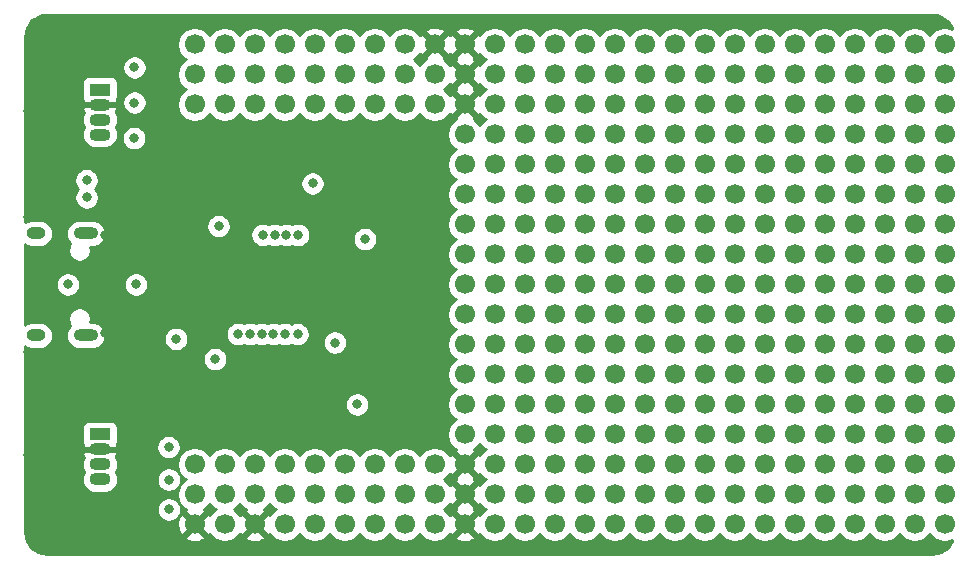
<source format=gbr>
G04 #@! TF.GenerationSoftware,KiCad,Pcbnew,5.1.9-73d0e3b20d~88~ubuntu20.04.1*
G04 #@! TF.CreationDate,2021-05-24T14:30:18+02:00*
G04 #@! TF.ProjectId,krieger,6b726965-6765-4722-9e6b-696361645f70,v2.0*
G04 #@! TF.SameCoordinates,Original*
G04 #@! TF.FileFunction,Copper,L4,Bot*
G04 #@! TF.FilePolarity,Positive*
%FSLAX46Y46*%
G04 Gerber Fmt 4.6, Leading zero omitted, Abs format (unit mm)*
G04 Created by KiCad (PCBNEW 5.1.9-73d0e3b20d~88~ubuntu20.04.1) date 2021-05-24 14:30:18*
%MOMM*%
%LPD*%
G01*
G04 APERTURE LIST*
G04 #@! TA.AperFunction,ComponentPad*
%ADD10C,1.700000*%
G04 #@! TD*
G04 #@! TA.AperFunction,ComponentPad*
%ADD11O,1.600000X1.000000*%
G04 #@! TD*
G04 #@! TA.AperFunction,ComponentPad*
%ADD12O,2.100000X1.000000*%
G04 #@! TD*
G04 #@! TA.AperFunction,ComponentPad*
%ADD13O,1.800000X1.070000*%
G04 #@! TD*
G04 #@! TA.AperFunction,ComponentPad*
%ADD14R,1.800000X1.070000*%
G04 #@! TD*
G04 #@! TA.AperFunction,ViaPad*
%ADD15C,0.800000*%
G04 #@! TD*
G04 #@! TA.AperFunction,Conductor*
%ADD16C,0.254000*%
G04 #@! TD*
G04 #@! TA.AperFunction,Conductor*
%ADD17C,0.100000*%
G04 #@! TD*
G04 APERTURE END LIST*
D10*
X155360000Y-79680000D03*
X152820000Y-79680000D03*
X150280000Y-79680000D03*
X147740000Y-79680000D03*
X145200000Y-79680000D03*
X142660000Y-79680000D03*
X140120000Y-79680000D03*
X137580000Y-79680000D03*
X135040000Y-79680000D03*
X155360000Y-82220000D03*
X152820000Y-82220000D03*
X150280000Y-82220000D03*
X147740000Y-82220000D03*
X145200000Y-82220000D03*
X142660000Y-82220000D03*
X140120000Y-82220000D03*
X137580000Y-82220000D03*
X135040000Y-82220000D03*
X155360000Y-84760000D03*
X152820000Y-84760000D03*
X150280000Y-84760000D03*
X147740000Y-84760000D03*
X145200000Y-84760000D03*
X142660000Y-84760000D03*
X140120000Y-84760000D03*
X137580000Y-84760000D03*
X135040000Y-84760000D03*
X155360000Y-115240000D03*
X152820000Y-115240000D03*
X150280000Y-115240000D03*
X147740000Y-115240000D03*
X145200000Y-115240000D03*
X142660000Y-115240000D03*
X140120000Y-115240000D03*
X137580000Y-115240000D03*
X135040000Y-115240000D03*
X155360000Y-117780000D03*
X152820000Y-117780000D03*
X150280000Y-117780000D03*
X147740000Y-117780000D03*
X145200000Y-117780000D03*
X142660000Y-117780000D03*
X140120000Y-117780000D03*
X137580000Y-117780000D03*
X135040000Y-117780000D03*
X155360000Y-120320000D03*
X152820000Y-120320000D03*
X150280000Y-120320000D03*
X147740000Y-120320000D03*
X145200000Y-120320000D03*
X142660000Y-120320000D03*
X140120000Y-120320000D03*
X137580000Y-120320000D03*
X135040000Y-120320000D03*
X160440000Y-79680000D03*
X160440000Y-82220000D03*
X160440000Y-84760000D03*
X160440000Y-79680000D03*
X160440000Y-84760000D03*
X160440000Y-82220000D03*
X157900000Y-79680000D03*
X157900000Y-84760000D03*
X157900000Y-82220000D03*
X160440000Y-115240000D03*
X160440000Y-117780000D03*
X160440000Y-120320000D03*
X160440000Y-115240000D03*
X160440000Y-120320000D03*
X160440000Y-117780000D03*
X157900000Y-115240000D03*
X157900000Y-120320000D03*
X157900000Y-117780000D03*
X162980000Y-82220000D03*
X162980000Y-84760000D03*
X162980000Y-79680000D03*
X162980000Y-117780000D03*
X162980000Y-120320000D03*
X162980000Y-115240000D03*
X183300000Y-115240000D03*
X183300000Y-117780000D03*
X183300000Y-112700000D03*
X165520000Y-117780000D03*
X165520000Y-120320000D03*
X165520000Y-115240000D03*
X162980000Y-97460000D03*
X165520000Y-97460000D03*
X168060000Y-97460000D03*
X170600000Y-97460000D03*
X173140000Y-97460000D03*
X175680000Y-97460000D03*
X178220000Y-97460000D03*
X180760000Y-97460000D03*
X183300000Y-97460000D03*
X185840000Y-97460000D03*
X188380000Y-97460000D03*
X190920000Y-100000000D03*
X185840000Y-115240000D03*
X162980000Y-87300000D03*
X162980000Y-89840000D03*
X162980000Y-92380000D03*
X162980000Y-94920000D03*
X165520000Y-94920000D03*
X165520000Y-92380000D03*
X165520000Y-89840000D03*
X165520000Y-87300000D03*
X165520000Y-84760000D03*
X165520000Y-120320000D03*
X165520000Y-117780000D03*
X168060000Y-117780000D03*
X168060000Y-120320000D03*
X168060000Y-84760000D03*
X168060000Y-89840000D03*
X168060000Y-87300000D03*
X168060000Y-92380000D03*
X168060000Y-94920000D03*
X170600000Y-94920000D03*
X170600000Y-92380000D03*
X170600000Y-89840000D03*
X170600000Y-87300000D03*
X170600000Y-84760000D03*
X170600000Y-120320000D03*
X170600000Y-117780000D03*
X173140000Y-117780000D03*
X173140000Y-120320000D03*
X173140000Y-84760000D03*
X173140000Y-87300000D03*
X173140000Y-89840000D03*
X173140000Y-92380000D03*
X173140000Y-94920000D03*
X175680000Y-92380000D03*
X175680000Y-89840000D03*
X175680000Y-87300000D03*
X175680000Y-84760000D03*
X175680000Y-120320000D03*
X175680000Y-117780000D03*
X178220000Y-117780000D03*
X178220000Y-120320000D03*
X178220000Y-84760000D03*
X178220000Y-87300000D03*
X178220000Y-89840000D03*
X178220000Y-92380000D03*
X178220000Y-94920000D03*
X175680000Y-94920000D03*
X180760000Y-94920000D03*
X180760000Y-92380000D03*
X180760000Y-89840000D03*
X180760000Y-87300000D03*
X180760000Y-84760000D03*
X180760000Y-120320000D03*
X180760000Y-117780000D03*
X183300000Y-117780000D03*
X183300000Y-120320000D03*
X183300000Y-84760000D03*
X183300000Y-87300000D03*
X183300000Y-89840000D03*
X183300000Y-92380000D03*
X183300000Y-94920000D03*
X185840000Y-94920000D03*
X185840000Y-92380000D03*
X185840000Y-89840000D03*
X185840000Y-87300000D03*
X188380000Y-87300000D03*
X188380000Y-89840000D03*
X188380000Y-92380000D03*
X188380000Y-94920000D03*
X190920000Y-97460000D03*
X190920000Y-94920000D03*
X190920000Y-92380000D03*
X190920000Y-89840000D03*
X190920000Y-87300000D03*
X190920000Y-112700000D03*
X188380000Y-110160000D03*
X185840000Y-110160000D03*
X185840000Y-112700000D03*
X162980000Y-100000000D03*
X165520000Y-100000000D03*
X168060000Y-100000000D03*
X170600000Y-100000000D03*
X173140000Y-100000000D03*
X175680000Y-100000000D03*
X178220000Y-100000000D03*
X180760000Y-100000000D03*
X183300000Y-100000000D03*
X185840000Y-100000000D03*
X188380000Y-100000000D03*
X190920000Y-102540000D03*
X190920000Y-105080000D03*
X190920000Y-107620000D03*
X190920000Y-110160000D03*
X188380000Y-107620000D03*
X185840000Y-107620000D03*
X183300000Y-107620000D03*
X183300000Y-110160000D03*
X183300000Y-112700000D03*
X183300000Y-115240000D03*
X162980000Y-102540000D03*
X165520000Y-102540000D03*
X168060000Y-102540000D03*
X170600000Y-102540000D03*
X173140000Y-102540000D03*
X175680000Y-102540000D03*
X178220000Y-102540000D03*
X180760000Y-102540000D03*
X183300000Y-102540000D03*
X185840000Y-102540000D03*
X188380000Y-102540000D03*
X188380000Y-105080000D03*
X185840000Y-105080000D03*
X183300000Y-105080000D03*
X180760000Y-105080000D03*
X180760000Y-107620000D03*
X180760000Y-110160000D03*
X180760000Y-112700000D03*
X180760000Y-115240000D03*
X178220000Y-115240000D03*
X175680000Y-115240000D03*
X173140000Y-115240000D03*
X170600000Y-115240000D03*
X168060000Y-115240000D03*
X165520000Y-115240000D03*
X162980000Y-107620000D03*
X162980000Y-105080000D03*
X165520000Y-105080000D03*
X168060000Y-105080000D03*
X170600000Y-105080000D03*
X173140000Y-105080000D03*
X175680000Y-105080000D03*
X178220000Y-105080000D03*
X178220000Y-107620000D03*
X178220000Y-110160000D03*
X178220000Y-112700000D03*
X175680000Y-112700000D03*
X173140000Y-112700000D03*
X170600000Y-112700000D03*
X168060000Y-112700000D03*
X165520000Y-112700000D03*
X162980000Y-112700000D03*
X162980000Y-110160000D03*
X165520000Y-110160000D03*
X165520000Y-107620000D03*
X168060000Y-107620000D03*
X170600000Y-107620000D03*
X175680000Y-107620000D03*
X175680000Y-110160000D03*
X173140000Y-110160000D03*
X170600000Y-110160000D03*
X168060000Y-110160000D03*
X173140000Y-107620000D03*
X190920000Y-84760000D03*
X188380000Y-84760000D03*
X185840000Y-84760000D03*
X190920000Y-115240000D03*
X188380000Y-115240000D03*
X188380000Y-112700000D03*
X185840000Y-117780000D03*
X185840000Y-120320000D03*
X160440000Y-102540000D03*
X160440000Y-100000000D03*
X160440000Y-105080000D03*
X160440000Y-112700000D03*
X160440000Y-110160000D03*
X160440000Y-107620000D03*
X160440000Y-87300000D03*
X160440000Y-89840000D03*
X160440000Y-97460000D03*
X160440000Y-92380000D03*
X160440000Y-94920000D03*
X157900000Y-97460000D03*
X157900000Y-94920000D03*
X157900000Y-102540000D03*
X157900000Y-100000000D03*
X157900000Y-89840000D03*
X157900000Y-92380000D03*
X157900000Y-87300000D03*
X157900000Y-110160000D03*
X157900000Y-107620000D03*
X157900000Y-105080000D03*
X157900000Y-112700000D03*
X168060000Y-79680000D03*
X168060000Y-82220000D03*
X170600000Y-82220000D03*
X173140000Y-82220000D03*
X173140000Y-79680000D03*
X170600000Y-79680000D03*
X175680000Y-82220000D03*
X175680000Y-79680000D03*
X178220000Y-82220000D03*
X178220000Y-79680000D03*
X183300000Y-82220000D03*
X180760000Y-82220000D03*
X180760000Y-79680000D03*
X183300000Y-79680000D03*
X185840000Y-82220000D03*
X185840000Y-79680000D03*
X165520000Y-79680000D03*
X165520000Y-79680000D03*
X165520000Y-82220000D03*
X188380000Y-117780000D03*
X188380000Y-120320000D03*
X190920000Y-117780000D03*
X190920000Y-120320000D03*
X188380000Y-79680000D03*
X190920000Y-79680000D03*
X190920000Y-82220000D03*
X188380000Y-82220000D03*
X193460000Y-84760000D03*
X196000000Y-97460000D03*
X198540000Y-100000000D03*
X193460000Y-97460000D03*
X193460000Y-115240000D03*
X198540000Y-110160000D03*
X193460000Y-110160000D03*
X198540000Y-87300000D03*
X193460000Y-120320000D03*
X193460000Y-117780000D03*
X196000000Y-87300000D03*
X198540000Y-117780000D03*
X196000000Y-120320000D03*
X193460000Y-102540000D03*
X193460000Y-79680000D03*
X196000000Y-94920000D03*
X196000000Y-112700000D03*
X196000000Y-115240000D03*
X198540000Y-94920000D03*
X193460000Y-107620000D03*
X193460000Y-105080000D03*
X198540000Y-89840000D03*
X198540000Y-105080000D03*
X193460000Y-112700000D03*
X196000000Y-107620000D03*
X198540000Y-115240000D03*
X198540000Y-112700000D03*
X196000000Y-110160000D03*
X196000000Y-82220000D03*
X196000000Y-79680000D03*
X198540000Y-120320000D03*
X198540000Y-82220000D03*
X198540000Y-79680000D03*
X198540000Y-84760000D03*
X193460000Y-100000000D03*
X196000000Y-84760000D03*
X193460000Y-87300000D03*
X193460000Y-82220000D03*
X193460000Y-94920000D03*
X198540000Y-102540000D03*
X198540000Y-97460000D03*
X193460000Y-89840000D03*
X196000000Y-89840000D03*
X196000000Y-100000000D03*
X196000000Y-105080000D03*
X196000000Y-117780000D03*
X193460000Y-92380000D03*
X198540000Y-107620000D03*
X198540000Y-92380000D03*
X196000000Y-92380000D03*
X196000000Y-102540000D03*
D11*
X121640000Y-104320000D03*
X121640000Y-95680000D03*
D12*
X125820000Y-95680000D03*
X125820000Y-104320000D03*
D13*
X127000000Y-87310000D03*
X127000000Y-86040000D03*
X127000000Y-84770000D03*
D14*
X127000000Y-83500000D03*
X127000000Y-112700000D03*
D13*
X127000000Y-113970000D03*
X127000000Y-115240000D03*
X127000000Y-116510000D03*
D15*
X131430000Y-107699998D03*
X148400000Y-104930000D03*
X133480000Y-103030000D03*
X149450000Y-99820000D03*
X155180000Y-97740000D03*
X155180000Y-96210000D03*
X155240000Y-105580000D03*
X146600000Y-91450000D03*
X138750000Y-95700000D03*
X145250000Y-95700000D03*
X138750000Y-89980000D03*
X136780000Y-109387500D03*
X145260000Y-104300000D03*
X146900000Y-108560000D03*
X137080000Y-91410000D03*
X129789999Y-104630000D03*
X129790000Y-95369990D03*
X197300000Y-77810000D03*
X194730000Y-77820000D03*
X192190000Y-77810000D03*
X189650000Y-77810000D03*
X187120000Y-77810000D03*
X184560000Y-77810000D03*
X182040000Y-77800000D03*
X179500000Y-77800000D03*
X176980000Y-77800000D03*
X174430000Y-77820000D03*
X171870000Y-77800000D03*
X169310000Y-77800000D03*
X166790000Y-77820000D03*
X164240000Y-77810000D03*
X161700000Y-77810000D03*
X159160000Y-77810000D03*
X156650000Y-77800000D03*
X154090000Y-77810000D03*
X151560000Y-77790000D03*
X149020000Y-77800000D03*
X146470000Y-77800000D03*
X143920000Y-77800000D03*
X141390000Y-77800000D03*
X138860000Y-77810000D03*
X136330000Y-77790000D03*
X133640000Y-77810000D03*
X127020000Y-81740000D03*
X130910000Y-90800000D03*
X120960000Y-114410000D03*
X127030000Y-118270000D03*
X141390000Y-122170000D03*
X143930000Y-122170000D03*
X146460000Y-122190000D03*
X149020000Y-122190000D03*
X151540000Y-122190000D03*
X154080000Y-122200000D03*
X156630000Y-122200000D03*
X159190000Y-122200000D03*
X161740000Y-122200000D03*
X164260000Y-122180000D03*
X166800000Y-122160000D03*
X169320000Y-122160000D03*
X171860000Y-122180000D03*
X174430000Y-122180000D03*
X176970000Y-122180000D03*
X179470000Y-122180000D03*
X181910000Y-122180000D03*
X184570000Y-122180000D03*
X187120000Y-122200000D03*
X189650000Y-122200000D03*
X192200000Y-122180000D03*
X194730000Y-122190000D03*
X197290000Y-122190000D03*
X138870000Y-122180000D03*
X136310000Y-122180000D03*
X133750000Y-122180000D03*
X141870000Y-101270000D03*
X141080000Y-98100000D03*
X138080000Y-98800000D03*
X154000000Y-109030000D03*
X153960000Y-90970000D03*
X127460000Y-95850000D03*
X127455034Y-104139161D03*
X127800000Y-111089999D03*
X148800000Y-89830000D03*
X132304990Y-99990000D03*
X121470000Y-77870000D03*
X120960000Y-85310000D03*
X120930000Y-94270000D03*
X120950000Y-105680000D03*
X121360000Y-122040000D03*
X145930000Y-101600001D03*
X124300000Y-100000000D03*
X130070000Y-100000000D03*
X146910000Y-104930000D03*
X149450000Y-96170000D03*
X145020000Y-91450000D03*
X137070000Y-95060000D03*
X136770000Y-106312500D03*
X125890000Y-91170000D03*
X125900000Y-92630000D03*
X133480002Y-104600000D03*
X148800000Y-110160000D03*
X143750000Y-104200000D03*
X142700000Y-104200000D03*
X140800000Y-95800000D03*
X141800000Y-95800000D03*
X142800013Y-95800000D03*
X143800013Y-95800000D03*
X141700000Y-104200000D03*
X140700000Y-104200000D03*
X139700000Y-104200000D03*
X138700000Y-104200000D03*
X129930000Y-81620000D03*
X129930000Y-84610000D03*
X129920000Y-87610000D03*
X132830000Y-113780000D03*
X132860000Y-116530000D03*
X132860004Y-119050008D03*
D16*
X197851897Y-77222789D02*
X198190393Y-77324987D01*
X198502588Y-77490984D01*
X198776597Y-77714460D01*
X199001980Y-77986902D01*
X199170153Y-78297931D01*
X199182841Y-78338921D01*
X198973158Y-78252068D01*
X198686260Y-78195000D01*
X198393740Y-78195000D01*
X198106842Y-78252068D01*
X197836589Y-78364010D01*
X197593368Y-78526525D01*
X197386525Y-78733368D01*
X197270000Y-78907760D01*
X197153475Y-78733368D01*
X196946632Y-78526525D01*
X196703411Y-78364010D01*
X196433158Y-78252068D01*
X196146260Y-78195000D01*
X195853740Y-78195000D01*
X195566842Y-78252068D01*
X195296589Y-78364010D01*
X195053368Y-78526525D01*
X194846525Y-78733368D01*
X194730000Y-78907760D01*
X194613475Y-78733368D01*
X194406632Y-78526525D01*
X194163411Y-78364010D01*
X193893158Y-78252068D01*
X193606260Y-78195000D01*
X193313740Y-78195000D01*
X193026842Y-78252068D01*
X192756589Y-78364010D01*
X192513368Y-78526525D01*
X192306525Y-78733368D01*
X192190000Y-78907760D01*
X192073475Y-78733368D01*
X191866632Y-78526525D01*
X191623411Y-78364010D01*
X191353158Y-78252068D01*
X191066260Y-78195000D01*
X190773740Y-78195000D01*
X190486842Y-78252068D01*
X190216589Y-78364010D01*
X189973368Y-78526525D01*
X189766525Y-78733368D01*
X189650000Y-78907760D01*
X189533475Y-78733368D01*
X189326632Y-78526525D01*
X189083411Y-78364010D01*
X188813158Y-78252068D01*
X188526260Y-78195000D01*
X188233740Y-78195000D01*
X187946842Y-78252068D01*
X187676589Y-78364010D01*
X187433368Y-78526525D01*
X187226525Y-78733368D01*
X187110000Y-78907760D01*
X186993475Y-78733368D01*
X186786632Y-78526525D01*
X186543411Y-78364010D01*
X186273158Y-78252068D01*
X185986260Y-78195000D01*
X185693740Y-78195000D01*
X185406842Y-78252068D01*
X185136589Y-78364010D01*
X184893368Y-78526525D01*
X184686525Y-78733368D01*
X184570000Y-78907760D01*
X184453475Y-78733368D01*
X184246632Y-78526525D01*
X184003411Y-78364010D01*
X183733158Y-78252068D01*
X183446260Y-78195000D01*
X183153740Y-78195000D01*
X182866842Y-78252068D01*
X182596589Y-78364010D01*
X182353368Y-78526525D01*
X182146525Y-78733368D01*
X182030000Y-78907760D01*
X181913475Y-78733368D01*
X181706632Y-78526525D01*
X181463411Y-78364010D01*
X181193158Y-78252068D01*
X180906260Y-78195000D01*
X180613740Y-78195000D01*
X180326842Y-78252068D01*
X180056589Y-78364010D01*
X179813368Y-78526525D01*
X179606525Y-78733368D01*
X179490000Y-78907760D01*
X179373475Y-78733368D01*
X179166632Y-78526525D01*
X178923411Y-78364010D01*
X178653158Y-78252068D01*
X178366260Y-78195000D01*
X178073740Y-78195000D01*
X177786842Y-78252068D01*
X177516589Y-78364010D01*
X177273368Y-78526525D01*
X177066525Y-78733368D01*
X176950000Y-78907760D01*
X176833475Y-78733368D01*
X176626632Y-78526525D01*
X176383411Y-78364010D01*
X176113158Y-78252068D01*
X175826260Y-78195000D01*
X175533740Y-78195000D01*
X175246842Y-78252068D01*
X174976589Y-78364010D01*
X174733368Y-78526525D01*
X174526525Y-78733368D01*
X174410000Y-78907760D01*
X174293475Y-78733368D01*
X174086632Y-78526525D01*
X173843411Y-78364010D01*
X173573158Y-78252068D01*
X173286260Y-78195000D01*
X172993740Y-78195000D01*
X172706842Y-78252068D01*
X172436589Y-78364010D01*
X172193368Y-78526525D01*
X171986525Y-78733368D01*
X171870000Y-78907760D01*
X171753475Y-78733368D01*
X171546632Y-78526525D01*
X171303411Y-78364010D01*
X171033158Y-78252068D01*
X170746260Y-78195000D01*
X170453740Y-78195000D01*
X170166842Y-78252068D01*
X169896589Y-78364010D01*
X169653368Y-78526525D01*
X169446525Y-78733368D01*
X169330000Y-78907760D01*
X169213475Y-78733368D01*
X169006632Y-78526525D01*
X168763411Y-78364010D01*
X168493158Y-78252068D01*
X168206260Y-78195000D01*
X167913740Y-78195000D01*
X167626842Y-78252068D01*
X167356589Y-78364010D01*
X167113368Y-78526525D01*
X166906525Y-78733368D01*
X166790000Y-78907760D01*
X166673475Y-78733368D01*
X166466632Y-78526525D01*
X166223411Y-78364010D01*
X165953158Y-78252068D01*
X165666260Y-78195000D01*
X165373740Y-78195000D01*
X165086842Y-78252068D01*
X164816589Y-78364010D01*
X164573368Y-78526525D01*
X164366525Y-78733368D01*
X164250000Y-78907760D01*
X164133475Y-78733368D01*
X163926632Y-78526525D01*
X163683411Y-78364010D01*
X163413158Y-78252068D01*
X163126260Y-78195000D01*
X162833740Y-78195000D01*
X162546842Y-78252068D01*
X162276589Y-78364010D01*
X162033368Y-78526525D01*
X161826525Y-78733368D01*
X161710000Y-78907760D01*
X161593475Y-78733368D01*
X161386632Y-78526525D01*
X161143411Y-78364010D01*
X160873158Y-78252068D01*
X160586260Y-78195000D01*
X160293740Y-78195000D01*
X160006842Y-78252068D01*
X159736589Y-78364010D01*
X159493368Y-78526525D01*
X159286525Y-78733368D01*
X159170689Y-78906729D01*
X158928397Y-78831208D01*
X158079605Y-79680000D01*
X158928397Y-80528792D01*
X159170689Y-80453271D01*
X159286525Y-80626632D01*
X159493368Y-80833475D01*
X159667760Y-80950000D01*
X159493368Y-81066525D01*
X159286525Y-81273368D01*
X159170689Y-81446729D01*
X158928397Y-81371208D01*
X158079605Y-82220000D01*
X158928397Y-83068792D01*
X159170689Y-82993271D01*
X159286525Y-83166632D01*
X159493368Y-83373475D01*
X159667760Y-83490000D01*
X159493368Y-83606525D01*
X159286525Y-83813368D01*
X159170689Y-83986729D01*
X158928397Y-83911208D01*
X158079605Y-84760000D01*
X158928397Y-85608792D01*
X159170689Y-85533271D01*
X159286525Y-85706632D01*
X159493368Y-85913475D01*
X159667760Y-86030000D01*
X159493368Y-86146525D01*
X159286525Y-86353368D01*
X159170000Y-86527760D01*
X159053475Y-86353368D01*
X158846632Y-86146525D01*
X158673271Y-86030689D01*
X158748792Y-85788397D01*
X157900000Y-84939605D01*
X157051208Y-85788397D01*
X157126729Y-86030689D01*
X156953368Y-86146525D01*
X156746525Y-86353368D01*
X156584010Y-86596589D01*
X156472068Y-86866842D01*
X156415000Y-87153740D01*
X156415000Y-87446260D01*
X156472068Y-87733158D01*
X156584010Y-88003411D01*
X156746525Y-88246632D01*
X156953368Y-88453475D01*
X157127760Y-88570000D01*
X156953368Y-88686525D01*
X156746525Y-88893368D01*
X156584010Y-89136589D01*
X156472068Y-89406842D01*
X156415000Y-89693740D01*
X156415000Y-89986260D01*
X156472068Y-90273158D01*
X156584010Y-90543411D01*
X156746525Y-90786632D01*
X156953368Y-90993475D01*
X157127760Y-91110000D01*
X156953368Y-91226525D01*
X156746525Y-91433368D01*
X156584010Y-91676589D01*
X156472068Y-91946842D01*
X156415000Y-92233740D01*
X156415000Y-92526260D01*
X156472068Y-92813158D01*
X156584010Y-93083411D01*
X156746525Y-93326632D01*
X156953368Y-93533475D01*
X157127760Y-93650000D01*
X156953368Y-93766525D01*
X156746525Y-93973368D01*
X156584010Y-94216589D01*
X156472068Y-94486842D01*
X156415000Y-94773740D01*
X156415000Y-95066260D01*
X156472068Y-95353158D01*
X156584010Y-95623411D01*
X156746525Y-95866632D01*
X156953368Y-96073475D01*
X157127760Y-96190000D01*
X156953368Y-96306525D01*
X156746525Y-96513368D01*
X156584010Y-96756589D01*
X156472068Y-97026842D01*
X156415000Y-97313740D01*
X156415000Y-97606260D01*
X156472068Y-97893158D01*
X156584010Y-98163411D01*
X156746525Y-98406632D01*
X156953368Y-98613475D01*
X157127760Y-98730000D01*
X156953368Y-98846525D01*
X156746525Y-99053368D01*
X156584010Y-99296589D01*
X156472068Y-99566842D01*
X156415000Y-99853740D01*
X156415000Y-100146260D01*
X156472068Y-100433158D01*
X156584010Y-100703411D01*
X156746525Y-100946632D01*
X156953368Y-101153475D01*
X157127760Y-101270000D01*
X156953368Y-101386525D01*
X156746525Y-101593368D01*
X156584010Y-101836589D01*
X156472068Y-102106842D01*
X156415000Y-102393740D01*
X156415000Y-102686260D01*
X156472068Y-102973158D01*
X156584010Y-103243411D01*
X156746525Y-103486632D01*
X156953368Y-103693475D01*
X157127760Y-103810000D01*
X156953368Y-103926525D01*
X156746525Y-104133368D01*
X156584010Y-104376589D01*
X156472068Y-104646842D01*
X156415000Y-104933740D01*
X156415000Y-105226260D01*
X156472068Y-105513158D01*
X156584010Y-105783411D01*
X156746525Y-106026632D01*
X156953368Y-106233475D01*
X157127760Y-106350000D01*
X156953368Y-106466525D01*
X156746525Y-106673368D01*
X156584010Y-106916589D01*
X156472068Y-107186842D01*
X156415000Y-107473740D01*
X156415000Y-107766260D01*
X156472068Y-108053158D01*
X156584010Y-108323411D01*
X156746525Y-108566632D01*
X156953368Y-108773475D01*
X157127760Y-108890000D01*
X156953368Y-109006525D01*
X156746525Y-109213368D01*
X156584010Y-109456589D01*
X156472068Y-109726842D01*
X156415000Y-110013740D01*
X156415000Y-110306260D01*
X156472068Y-110593158D01*
X156584010Y-110863411D01*
X156746525Y-111106632D01*
X156953368Y-111313475D01*
X157127760Y-111430000D01*
X156953368Y-111546525D01*
X156746525Y-111753368D01*
X156584010Y-111996589D01*
X156472068Y-112266842D01*
X156415000Y-112553740D01*
X156415000Y-112846260D01*
X156472068Y-113133158D01*
X156584010Y-113403411D01*
X156746525Y-113646632D01*
X156953368Y-113853475D01*
X157126729Y-113969311D01*
X157051208Y-114211603D01*
X157900000Y-115060395D01*
X158748792Y-114211603D01*
X158673271Y-113969311D01*
X158846632Y-113853475D01*
X159053475Y-113646632D01*
X159170000Y-113472240D01*
X159286525Y-113646632D01*
X159493368Y-113853475D01*
X159667760Y-113970000D01*
X159493368Y-114086525D01*
X159286525Y-114293368D01*
X159170689Y-114466729D01*
X158928397Y-114391208D01*
X158079605Y-115240000D01*
X158928397Y-116088792D01*
X159170689Y-116013271D01*
X159286525Y-116186632D01*
X159493368Y-116393475D01*
X159667760Y-116510000D01*
X159493368Y-116626525D01*
X159286525Y-116833368D01*
X159170689Y-117006729D01*
X158928397Y-116931208D01*
X158079605Y-117780000D01*
X158928397Y-118628792D01*
X159170689Y-118553271D01*
X159286525Y-118726632D01*
X159493368Y-118933475D01*
X159667760Y-119050000D01*
X159493368Y-119166525D01*
X159286525Y-119373368D01*
X159170689Y-119546729D01*
X158928397Y-119471208D01*
X158079605Y-120320000D01*
X158928397Y-121168792D01*
X159170689Y-121093271D01*
X159286525Y-121266632D01*
X159493368Y-121473475D01*
X159736589Y-121635990D01*
X160006842Y-121747932D01*
X160293740Y-121805000D01*
X160586260Y-121805000D01*
X160873158Y-121747932D01*
X161143411Y-121635990D01*
X161386632Y-121473475D01*
X161593475Y-121266632D01*
X161710000Y-121092240D01*
X161826525Y-121266632D01*
X162033368Y-121473475D01*
X162276589Y-121635990D01*
X162546842Y-121747932D01*
X162833740Y-121805000D01*
X163126260Y-121805000D01*
X163413158Y-121747932D01*
X163683411Y-121635990D01*
X163926632Y-121473475D01*
X164133475Y-121266632D01*
X164250000Y-121092240D01*
X164366525Y-121266632D01*
X164573368Y-121473475D01*
X164816589Y-121635990D01*
X165086842Y-121747932D01*
X165373740Y-121805000D01*
X165666260Y-121805000D01*
X165953158Y-121747932D01*
X166223411Y-121635990D01*
X166466632Y-121473475D01*
X166673475Y-121266632D01*
X166790000Y-121092240D01*
X166906525Y-121266632D01*
X167113368Y-121473475D01*
X167356589Y-121635990D01*
X167626842Y-121747932D01*
X167913740Y-121805000D01*
X168206260Y-121805000D01*
X168493158Y-121747932D01*
X168763411Y-121635990D01*
X169006632Y-121473475D01*
X169213475Y-121266632D01*
X169330000Y-121092240D01*
X169446525Y-121266632D01*
X169653368Y-121473475D01*
X169896589Y-121635990D01*
X170166842Y-121747932D01*
X170453740Y-121805000D01*
X170746260Y-121805000D01*
X171033158Y-121747932D01*
X171303411Y-121635990D01*
X171546632Y-121473475D01*
X171753475Y-121266632D01*
X171870000Y-121092240D01*
X171986525Y-121266632D01*
X172193368Y-121473475D01*
X172436589Y-121635990D01*
X172706842Y-121747932D01*
X172993740Y-121805000D01*
X173286260Y-121805000D01*
X173573158Y-121747932D01*
X173843411Y-121635990D01*
X174086632Y-121473475D01*
X174293475Y-121266632D01*
X174410000Y-121092240D01*
X174526525Y-121266632D01*
X174733368Y-121473475D01*
X174976589Y-121635990D01*
X175246842Y-121747932D01*
X175533740Y-121805000D01*
X175826260Y-121805000D01*
X176113158Y-121747932D01*
X176383411Y-121635990D01*
X176626632Y-121473475D01*
X176833475Y-121266632D01*
X176950000Y-121092240D01*
X177066525Y-121266632D01*
X177273368Y-121473475D01*
X177516589Y-121635990D01*
X177786842Y-121747932D01*
X178073740Y-121805000D01*
X178366260Y-121805000D01*
X178653158Y-121747932D01*
X178923411Y-121635990D01*
X179166632Y-121473475D01*
X179373475Y-121266632D01*
X179490000Y-121092240D01*
X179606525Y-121266632D01*
X179813368Y-121473475D01*
X180056589Y-121635990D01*
X180326842Y-121747932D01*
X180613740Y-121805000D01*
X180906260Y-121805000D01*
X181193158Y-121747932D01*
X181463411Y-121635990D01*
X181706632Y-121473475D01*
X181913475Y-121266632D01*
X182030000Y-121092240D01*
X182146525Y-121266632D01*
X182353368Y-121473475D01*
X182596589Y-121635990D01*
X182866842Y-121747932D01*
X183153740Y-121805000D01*
X183446260Y-121805000D01*
X183733158Y-121747932D01*
X184003411Y-121635990D01*
X184246632Y-121473475D01*
X184453475Y-121266632D01*
X184570000Y-121092240D01*
X184686525Y-121266632D01*
X184893368Y-121473475D01*
X185136589Y-121635990D01*
X185406842Y-121747932D01*
X185693740Y-121805000D01*
X185986260Y-121805000D01*
X186273158Y-121747932D01*
X186543411Y-121635990D01*
X186786632Y-121473475D01*
X186993475Y-121266632D01*
X187110000Y-121092240D01*
X187226525Y-121266632D01*
X187433368Y-121473475D01*
X187676589Y-121635990D01*
X187946842Y-121747932D01*
X188233740Y-121805000D01*
X188526260Y-121805000D01*
X188813158Y-121747932D01*
X189083411Y-121635990D01*
X189326632Y-121473475D01*
X189533475Y-121266632D01*
X189650000Y-121092240D01*
X189766525Y-121266632D01*
X189973368Y-121473475D01*
X190216589Y-121635990D01*
X190486842Y-121747932D01*
X190773740Y-121805000D01*
X191066260Y-121805000D01*
X191353158Y-121747932D01*
X191623411Y-121635990D01*
X191866632Y-121473475D01*
X192073475Y-121266632D01*
X192190000Y-121092240D01*
X192306525Y-121266632D01*
X192513368Y-121473475D01*
X192756589Y-121635990D01*
X193026842Y-121747932D01*
X193313740Y-121805000D01*
X193606260Y-121805000D01*
X193893158Y-121747932D01*
X194163411Y-121635990D01*
X194406632Y-121473475D01*
X194613475Y-121266632D01*
X194730000Y-121092240D01*
X194846525Y-121266632D01*
X195053368Y-121473475D01*
X195296589Y-121635990D01*
X195566842Y-121747932D01*
X195853740Y-121805000D01*
X196146260Y-121805000D01*
X196433158Y-121747932D01*
X196703411Y-121635990D01*
X196946632Y-121473475D01*
X197153475Y-121266632D01*
X197270000Y-121092240D01*
X197386525Y-121266632D01*
X197593368Y-121473475D01*
X197836589Y-121635990D01*
X198106842Y-121747932D01*
X198393740Y-121805000D01*
X198686260Y-121805000D01*
X198973158Y-121747932D01*
X199184010Y-121660595D01*
X199175013Y-121690392D01*
X199009016Y-122002588D01*
X198785539Y-122276599D01*
X198513098Y-122501980D01*
X198202069Y-122670153D01*
X197864296Y-122774711D01*
X197480977Y-122815000D01*
X122533505Y-122815000D01*
X122148103Y-122777211D01*
X121809608Y-122675013D01*
X121497412Y-122509016D01*
X121223401Y-122285539D01*
X120998020Y-122013098D01*
X120829847Y-121702069D01*
X120725289Y-121364296D01*
X120723618Y-121348397D01*
X134191208Y-121348397D01*
X134268843Y-121597472D01*
X134532883Y-121723371D01*
X134816411Y-121795339D01*
X135108531Y-121810611D01*
X135398019Y-121768599D01*
X135673747Y-121670919D01*
X135811157Y-121597472D01*
X135888792Y-121348397D01*
X135040000Y-120499605D01*
X134191208Y-121348397D01*
X120723618Y-121348397D01*
X120685000Y-120980977D01*
X120685000Y-115240000D01*
X125459339Y-115240000D01*
X125481929Y-115469360D01*
X125548831Y-115689906D01*
X125647766Y-115875000D01*
X125548831Y-116060094D01*
X125481929Y-116280640D01*
X125459339Y-116510000D01*
X125481929Y-116739360D01*
X125548831Y-116959906D01*
X125657474Y-117163162D01*
X125803682Y-117341318D01*
X125981838Y-117487526D01*
X126185094Y-117596169D01*
X126405640Y-117663071D01*
X126577523Y-117680000D01*
X127422477Y-117680000D01*
X127594360Y-117663071D01*
X127814906Y-117596169D01*
X128018162Y-117487526D01*
X128196318Y-117341318D01*
X128342526Y-117163162D01*
X128451169Y-116959906D01*
X128518071Y-116739360D01*
X128540661Y-116510000D01*
X128532591Y-116428061D01*
X131825000Y-116428061D01*
X131825000Y-116631939D01*
X131864774Y-116831898D01*
X131942795Y-117020256D01*
X132056063Y-117189774D01*
X132200226Y-117333937D01*
X132369744Y-117447205D01*
X132558102Y-117525226D01*
X132758061Y-117565000D01*
X132961939Y-117565000D01*
X133161898Y-117525226D01*
X133350256Y-117447205D01*
X133519774Y-117333937D01*
X133663937Y-117189774D01*
X133698641Y-117137836D01*
X133612068Y-117346842D01*
X133555000Y-117633740D01*
X133555000Y-117926260D01*
X133612068Y-118213158D01*
X133720439Y-118474789D01*
X133663941Y-118390234D01*
X133519778Y-118246071D01*
X133350260Y-118132803D01*
X133161902Y-118054782D01*
X132961943Y-118015008D01*
X132758065Y-118015008D01*
X132558106Y-118054782D01*
X132369748Y-118132803D01*
X132200230Y-118246071D01*
X132056067Y-118390234D01*
X131942799Y-118559752D01*
X131864778Y-118748110D01*
X131825004Y-118948069D01*
X131825004Y-119151947D01*
X131864778Y-119351906D01*
X131942799Y-119540264D01*
X132056067Y-119709782D01*
X132200230Y-119853945D01*
X132369748Y-119967213D01*
X132558106Y-120045234D01*
X132758065Y-120085008D01*
X132961943Y-120085008D01*
X133161902Y-120045234D01*
X133350260Y-119967213D01*
X133519778Y-119853945D01*
X133663941Y-119709782D01*
X133740230Y-119595607D01*
X133636629Y-119812883D01*
X133564661Y-120096411D01*
X133549389Y-120388531D01*
X133591401Y-120678019D01*
X133689081Y-120953747D01*
X133762528Y-121091157D01*
X134011603Y-121168792D01*
X134860395Y-120320000D01*
X134011603Y-119471208D01*
X133773831Y-119545320D01*
X133777209Y-119540264D01*
X133855230Y-119351906D01*
X133895004Y-119151947D01*
X133895004Y-118948069D01*
X133855230Y-118748110D01*
X133780780Y-118568374D01*
X133886525Y-118726632D01*
X134093368Y-118933475D01*
X134266729Y-119049311D01*
X134191208Y-119291603D01*
X135040000Y-120140395D01*
X135888792Y-119291603D01*
X135813271Y-119049311D01*
X135986632Y-118933475D01*
X136193475Y-118726632D01*
X136310000Y-118552240D01*
X136426525Y-118726632D01*
X136633368Y-118933475D01*
X136807760Y-119050000D01*
X136633368Y-119166525D01*
X136426525Y-119373368D01*
X136310689Y-119546729D01*
X136068397Y-119471208D01*
X135219605Y-120320000D01*
X136068397Y-121168792D01*
X136310689Y-121093271D01*
X136426525Y-121266632D01*
X136633368Y-121473475D01*
X136876589Y-121635990D01*
X137146842Y-121747932D01*
X137433740Y-121805000D01*
X137726260Y-121805000D01*
X138013158Y-121747932D01*
X138283411Y-121635990D01*
X138526632Y-121473475D01*
X138651710Y-121348397D01*
X139271208Y-121348397D01*
X139348843Y-121597472D01*
X139612883Y-121723371D01*
X139896411Y-121795339D01*
X140188531Y-121810611D01*
X140478019Y-121768599D01*
X140753747Y-121670919D01*
X140891157Y-121597472D01*
X140968792Y-121348397D01*
X140120000Y-120499605D01*
X139271208Y-121348397D01*
X138651710Y-121348397D01*
X138733475Y-121266632D01*
X138849311Y-121093271D01*
X139091603Y-121168792D01*
X139940395Y-120320000D01*
X139091603Y-119471208D01*
X138849311Y-119546729D01*
X138733475Y-119373368D01*
X138526632Y-119166525D01*
X138352240Y-119050000D01*
X138526632Y-118933475D01*
X138733475Y-118726632D01*
X138850000Y-118552240D01*
X138966525Y-118726632D01*
X139173368Y-118933475D01*
X139346729Y-119049311D01*
X139271208Y-119291603D01*
X140120000Y-120140395D01*
X140968792Y-119291603D01*
X140893271Y-119049311D01*
X141066632Y-118933475D01*
X141273475Y-118726632D01*
X141390000Y-118552240D01*
X141506525Y-118726632D01*
X141713368Y-118933475D01*
X141887760Y-119050000D01*
X141713368Y-119166525D01*
X141506525Y-119373368D01*
X141390689Y-119546729D01*
X141148397Y-119471208D01*
X140299605Y-120320000D01*
X141148397Y-121168792D01*
X141390689Y-121093271D01*
X141506525Y-121266632D01*
X141713368Y-121473475D01*
X141956589Y-121635990D01*
X142226842Y-121747932D01*
X142513740Y-121805000D01*
X142806260Y-121805000D01*
X143093158Y-121747932D01*
X143363411Y-121635990D01*
X143606632Y-121473475D01*
X143813475Y-121266632D01*
X143930000Y-121092240D01*
X144046525Y-121266632D01*
X144253368Y-121473475D01*
X144496589Y-121635990D01*
X144766842Y-121747932D01*
X145053740Y-121805000D01*
X145346260Y-121805000D01*
X145633158Y-121747932D01*
X145903411Y-121635990D01*
X146146632Y-121473475D01*
X146353475Y-121266632D01*
X146470000Y-121092240D01*
X146586525Y-121266632D01*
X146793368Y-121473475D01*
X147036589Y-121635990D01*
X147306842Y-121747932D01*
X147593740Y-121805000D01*
X147886260Y-121805000D01*
X148173158Y-121747932D01*
X148443411Y-121635990D01*
X148686632Y-121473475D01*
X148893475Y-121266632D01*
X149010000Y-121092240D01*
X149126525Y-121266632D01*
X149333368Y-121473475D01*
X149576589Y-121635990D01*
X149846842Y-121747932D01*
X150133740Y-121805000D01*
X150426260Y-121805000D01*
X150713158Y-121747932D01*
X150983411Y-121635990D01*
X151226632Y-121473475D01*
X151433475Y-121266632D01*
X151550000Y-121092240D01*
X151666525Y-121266632D01*
X151873368Y-121473475D01*
X152116589Y-121635990D01*
X152386842Y-121747932D01*
X152673740Y-121805000D01*
X152966260Y-121805000D01*
X153253158Y-121747932D01*
X153523411Y-121635990D01*
X153766632Y-121473475D01*
X153973475Y-121266632D01*
X154090000Y-121092240D01*
X154206525Y-121266632D01*
X154413368Y-121473475D01*
X154656589Y-121635990D01*
X154926842Y-121747932D01*
X155213740Y-121805000D01*
X155506260Y-121805000D01*
X155793158Y-121747932D01*
X156063411Y-121635990D01*
X156306632Y-121473475D01*
X156431710Y-121348397D01*
X157051208Y-121348397D01*
X157128843Y-121597472D01*
X157392883Y-121723371D01*
X157676411Y-121795339D01*
X157968531Y-121810611D01*
X158258019Y-121768599D01*
X158533747Y-121670919D01*
X158671157Y-121597472D01*
X158748792Y-121348397D01*
X157900000Y-120499605D01*
X157051208Y-121348397D01*
X156431710Y-121348397D01*
X156513475Y-121266632D01*
X156629311Y-121093271D01*
X156871603Y-121168792D01*
X157720395Y-120320000D01*
X156871603Y-119471208D01*
X156629311Y-119546729D01*
X156513475Y-119373368D01*
X156306632Y-119166525D01*
X156132240Y-119050000D01*
X156306632Y-118933475D01*
X156431710Y-118808397D01*
X157051208Y-118808397D01*
X157126514Y-119050000D01*
X157051208Y-119291603D01*
X157900000Y-120140395D01*
X158748792Y-119291603D01*
X158673486Y-119050000D01*
X158748792Y-118808397D01*
X157900000Y-117959605D01*
X157051208Y-118808397D01*
X156431710Y-118808397D01*
X156513475Y-118726632D01*
X156629311Y-118553271D01*
X156871603Y-118628792D01*
X157720395Y-117780000D01*
X156871603Y-116931208D01*
X156629311Y-117006729D01*
X156513475Y-116833368D01*
X156306632Y-116626525D01*
X156132240Y-116510000D01*
X156306632Y-116393475D01*
X156431710Y-116268397D01*
X157051208Y-116268397D01*
X157126514Y-116510000D01*
X157051208Y-116751603D01*
X157900000Y-117600395D01*
X158748792Y-116751603D01*
X158673486Y-116510000D01*
X158748792Y-116268397D01*
X157900000Y-115419605D01*
X157051208Y-116268397D01*
X156431710Y-116268397D01*
X156513475Y-116186632D01*
X156629311Y-116013271D01*
X156871603Y-116088792D01*
X157720395Y-115240000D01*
X156871603Y-114391208D01*
X156629311Y-114466729D01*
X156513475Y-114293368D01*
X156306632Y-114086525D01*
X156063411Y-113924010D01*
X155793158Y-113812068D01*
X155506260Y-113755000D01*
X155213740Y-113755000D01*
X154926842Y-113812068D01*
X154656589Y-113924010D01*
X154413368Y-114086525D01*
X154206525Y-114293368D01*
X154090000Y-114467760D01*
X153973475Y-114293368D01*
X153766632Y-114086525D01*
X153523411Y-113924010D01*
X153253158Y-113812068D01*
X152966260Y-113755000D01*
X152673740Y-113755000D01*
X152386842Y-113812068D01*
X152116589Y-113924010D01*
X151873368Y-114086525D01*
X151666525Y-114293368D01*
X151550000Y-114467760D01*
X151433475Y-114293368D01*
X151226632Y-114086525D01*
X150983411Y-113924010D01*
X150713158Y-113812068D01*
X150426260Y-113755000D01*
X150133740Y-113755000D01*
X149846842Y-113812068D01*
X149576589Y-113924010D01*
X149333368Y-114086525D01*
X149126525Y-114293368D01*
X149010000Y-114467760D01*
X148893475Y-114293368D01*
X148686632Y-114086525D01*
X148443411Y-113924010D01*
X148173158Y-113812068D01*
X147886260Y-113755000D01*
X147593740Y-113755000D01*
X147306842Y-113812068D01*
X147036589Y-113924010D01*
X146793368Y-114086525D01*
X146586525Y-114293368D01*
X146470000Y-114467760D01*
X146353475Y-114293368D01*
X146146632Y-114086525D01*
X145903411Y-113924010D01*
X145633158Y-113812068D01*
X145346260Y-113755000D01*
X145053740Y-113755000D01*
X144766842Y-113812068D01*
X144496589Y-113924010D01*
X144253368Y-114086525D01*
X144046525Y-114293368D01*
X143930000Y-114467760D01*
X143813475Y-114293368D01*
X143606632Y-114086525D01*
X143363411Y-113924010D01*
X143093158Y-113812068D01*
X142806260Y-113755000D01*
X142513740Y-113755000D01*
X142226842Y-113812068D01*
X141956589Y-113924010D01*
X141713368Y-114086525D01*
X141506525Y-114293368D01*
X141390000Y-114467760D01*
X141273475Y-114293368D01*
X141066632Y-114086525D01*
X140823411Y-113924010D01*
X140553158Y-113812068D01*
X140266260Y-113755000D01*
X139973740Y-113755000D01*
X139686842Y-113812068D01*
X139416589Y-113924010D01*
X139173368Y-114086525D01*
X138966525Y-114293368D01*
X138850000Y-114467760D01*
X138733475Y-114293368D01*
X138526632Y-114086525D01*
X138283411Y-113924010D01*
X138013158Y-113812068D01*
X137726260Y-113755000D01*
X137433740Y-113755000D01*
X137146842Y-113812068D01*
X136876589Y-113924010D01*
X136633368Y-114086525D01*
X136426525Y-114293368D01*
X136310000Y-114467760D01*
X136193475Y-114293368D01*
X135986632Y-114086525D01*
X135743411Y-113924010D01*
X135473158Y-113812068D01*
X135186260Y-113755000D01*
X134893740Y-113755000D01*
X134606842Y-113812068D01*
X134336589Y-113924010D01*
X134093368Y-114086525D01*
X133886525Y-114293368D01*
X133724010Y-114536589D01*
X133612068Y-114806842D01*
X133555000Y-115093740D01*
X133555000Y-115386260D01*
X133612068Y-115673158D01*
X133724010Y-115943411D01*
X133886525Y-116186632D01*
X134093368Y-116393475D01*
X134267760Y-116510000D01*
X134093368Y-116626525D01*
X133886525Y-116833368D01*
X133802575Y-116959009D01*
X133855226Y-116831898D01*
X133895000Y-116631939D01*
X133895000Y-116428061D01*
X133855226Y-116228102D01*
X133777205Y-116039744D01*
X133663937Y-115870226D01*
X133519774Y-115726063D01*
X133350256Y-115612795D01*
X133161898Y-115534774D01*
X132961939Y-115495000D01*
X132758061Y-115495000D01*
X132558102Y-115534774D01*
X132369744Y-115612795D01*
X132200226Y-115726063D01*
X132056063Y-115870226D01*
X131942795Y-116039744D01*
X131864774Y-116228102D01*
X131825000Y-116428061D01*
X128532591Y-116428061D01*
X128518071Y-116280640D01*
X128451169Y-116060094D01*
X128352234Y-115875000D01*
X128451169Y-115689906D01*
X128518071Y-115469360D01*
X128540661Y-115240000D01*
X128518071Y-115010640D01*
X128451169Y-114790094D01*
X128350846Y-114602404D01*
X128408377Y-114514421D01*
X128493900Y-114277383D01*
X128368244Y-114097000D01*
X127627560Y-114097000D01*
X127594360Y-114086929D01*
X127422477Y-114070000D01*
X126577523Y-114070000D01*
X126405640Y-114086929D01*
X126372440Y-114097000D01*
X125631756Y-114097000D01*
X125506100Y-114277383D01*
X125591623Y-114514421D01*
X125649154Y-114602404D01*
X125548831Y-114790094D01*
X125481929Y-115010640D01*
X125459339Y-115240000D01*
X120685000Y-115240000D01*
X120685000Y-112165000D01*
X125461928Y-112165000D01*
X125461928Y-113235000D01*
X125474188Y-113359482D01*
X125510498Y-113479180D01*
X125547385Y-113548190D01*
X125506100Y-113662617D01*
X125631756Y-113843000D01*
X125916800Y-113843000D01*
X125975518Y-113860812D01*
X126100000Y-113873072D01*
X127900000Y-113873072D01*
X128024482Y-113860812D01*
X128083200Y-113843000D01*
X128368244Y-113843000D01*
X128483141Y-113678061D01*
X131795000Y-113678061D01*
X131795000Y-113881939D01*
X131834774Y-114081898D01*
X131912795Y-114270256D01*
X132026063Y-114439774D01*
X132170226Y-114583937D01*
X132339744Y-114697205D01*
X132528102Y-114775226D01*
X132728061Y-114815000D01*
X132931939Y-114815000D01*
X133131898Y-114775226D01*
X133320256Y-114697205D01*
X133489774Y-114583937D01*
X133633937Y-114439774D01*
X133747205Y-114270256D01*
X133825226Y-114081898D01*
X133865000Y-113881939D01*
X133865000Y-113678061D01*
X133825226Y-113478102D01*
X133747205Y-113289744D01*
X133633937Y-113120226D01*
X133489774Y-112976063D01*
X133320256Y-112862795D01*
X133131898Y-112784774D01*
X132931939Y-112745000D01*
X132728061Y-112745000D01*
X132528102Y-112784774D01*
X132339744Y-112862795D01*
X132170226Y-112976063D01*
X132026063Y-113120226D01*
X131912795Y-113289744D01*
X131834774Y-113478102D01*
X131795000Y-113678061D01*
X128483141Y-113678061D01*
X128493900Y-113662617D01*
X128452615Y-113548190D01*
X128489502Y-113479180D01*
X128525812Y-113359482D01*
X128538072Y-113235000D01*
X128538072Y-112165000D01*
X128525812Y-112040518D01*
X128489502Y-111920820D01*
X128430537Y-111810506D01*
X128351185Y-111713815D01*
X128254494Y-111634463D01*
X128144180Y-111575498D01*
X128024482Y-111539188D01*
X127900000Y-111526928D01*
X126100000Y-111526928D01*
X125975518Y-111539188D01*
X125855820Y-111575498D01*
X125745506Y-111634463D01*
X125648815Y-111713815D01*
X125569463Y-111810506D01*
X125510498Y-111920820D01*
X125474188Y-112040518D01*
X125461928Y-112165000D01*
X120685000Y-112165000D01*
X120685000Y-110058061D01*
X147765000Y-110058061D01*
X147765000Y-110261939D01*
X147804774Y-110461898D01*
X147882795Y-110650256D01*
X147996063Y-110819774D01*
X148140226Y-110963937D01*
X148309744Y-111077205D01*
X148498102Y-111155226D01*
X148698061Y-111195000D01*
X148901939Y-111195000D01*
X149101898Y-111155226D01*
X149290256Y-111077205D01*
X149459774Y-110963937D01*
X149603937Y-110819774D01*
X149717205Y-110650256D01*
X149795226Y-110461898D01*
X149835000Y-110261939D01*
X149835000Y-110058061D01*
X149795226Y-109858102D01*
X149717205Y-109669744D01*
X149603937Y-109500226D01*
X149459774Y-109356063D01*
X149290256Y-109242795D01*
X149101898Y-109164774D01*
X148901939Y-109125000D01*
X148698061Y-109125000D01*
X148498102Y-109164774D01*
X148309744Y-109242795D01*
X148140226Y-109356063D01*
X147996063Y-109500226D01*
X147882795Y-109669744D01*
X147804774Y-109858102D01*
X147765000Y-110058061D01*
X120685000Y-110058061D01*
X120685000Y-106210561D01*
X135735000Y-106210561D01*
X135735000Y-106414439D01*
X135774774Y-106614398D01*
X135852795Y-106802756D01*
X135966063Y-106972274D01*
X136110226Y-107116437D01*
X136279744Y-107229705D01*
X136468102Y-107307726D01*
X136668061Y-107347500D01*
X136871939Y-107347500D01*
X137071898Y-107307726D01*
X137260256Y-107229705D01*
X137429774Y-107116437D01*
X137573937Y-106972274D01*
X137687205Y-106802756D01*
X137765226Y-106614398D01*
X137805000Y-106414439D01*
X137805000Y-106210561D01*
X137765226Y-106010602D01*
X137687205Y-105822244D01*
X137573937Y-105652726D01*
X137429774Y-105508563D01*
X137260256Y-105395295D01*
X137071898Y-105317274D01*
X136871939Y-105277500D01*
X136668061Y-105277500D01*
X136468102Y-105317274D01*
X136279744Y-105395295D01*
X136110226Y-105508563D01*
X135966063Y-105652726D01*
X135852795Y-105822244D01*
X135774774Y-106010602D01*
X135735000Y-106210561D01*
X120685000Y-106210561D01*
X120685000Y-105250740D01*
X120706377Y-105268284D01*
X120903553Y-105373676D01*
X121117501Y-105438577D01*
X121284248Y-105455000D01*
X121995752Y-105455000D01*
X122162499Y-105438577D01*
X122376447Y-105373676D01*
X122573623Y-105268284D01*
X122746449Y-105126449D01*
X122888284Y-104953623D01*
X122993676Y-104756447D01*
X123058577Y-104542499D01*
X123080491Y-104320000D01*
X124129509Y-104320000D01*
X124151423Y-104542499D01*
X124216324Y-104756447D01*
X124321716Y-104953623D01*
X124463551Y-105126449D01*
X124636377Y-105268284D01*
X124833553Y-105373676D01*
X125047501Y-105438577D01*
X125214248Y-105455000D01*
X126425752Y-105455000D01*
X126592499Y-105438577D01*
X126806447Y-105373676D01*
X127003623Y-105268284D01*
X127176449Y-105126449D01*
X127318284Y-104953623D01*
X127423676Y-104756447D01*
X127488577Y-104542499D01*
X127492953Y-104498061D01*
X132445002Y-104498061D01*
X132445002Y-104701939D01*
X132484776Y-104901898D01*
X132562797Y-105090256D01*
X132676065Y-105259774D01*
X132820228Y-105403937D01*
X132989746Y-105517205D01*
X133178104Y-105595226D01*
X133378063Y-105635000D01*
X133581941Y-105635000D01*
X133781900Y-105595226D01*
X133970258Y-105517205D01*
X134139776Y-105403937D01*
X134283939Y-105259774D01*
X134397207Y-105090256D01*
X134475228Y-104901898D01*
X134515002Y-104701939D01*
X134515002Y-104498061D01*
X134475228Y-104298102D01*
X134397207Y-104109744D01*
X134389401Y-104098061D01*
X137665000Y-104098061D01*
X137665000Y-104301939D01*
X137704774Y-104501898D01*
X137782795Y-104690256D01*
X137896063Y-104859774D01*
X138040226Y-105003937D01*
X138209744Y-105117205D01*
X138398102Y-105195226D01*
X138598061Y-105235000D01*
X138801939Y-105235000D01*
X139001898Y-105195226D01*
X139190256Y-105117205D01*
X139200000Y-105110694D01*
X139209744Y-105117205D01*
X139398102Y-105195226D01*
X139598061Y-105235000D01*
X139801939Y-105235000D01*
X140001898Y-105195226D01*
X140190256Y-105117205D01*
X140200000Y-105110694D01*
X140209744Y-105117205D01*
X140398102Y-105195226D01*
X140598061Y-105235000D01*
X140801939Y-105235000D01*
X141001898Y-105195226D01*
X141190256Y-105117205D01*
X141200000Y-105110694D01*
X141209744Y-105117205D01*
X141398102Y-105195226D01*
X141598061Y-105235000D01*
X141801939Y-105235000D01*
X142001898Y-105195226D01*
X142190256Y-105117205D01*
X142200000Y-105110694D01*
X142209744Y-105117205D01*
X142398102Y-105195226D01*
X142598061Y-105235000D01*
X142801939Y-105235000D01*
X143001898Y-105195226D01*
X143190256Y-105117205D01*
X143225000Y-105093990D01*
X143259744Y-105117205D01*
X143448102Y-105195226D01*
X143648061Y-105235000D01*
X143851939Y-105235000D01*
X144051898Y-105195226D01*
X144240256Y-105117205D01*
X144409774Y-105003937D01*
X144553937Y-104859774D01*
X144575126Y-104828061D01*
X145875000Y-104828061D01*
X145875000Y-105031939D01*
X145914774Y-105231898D01*
X145992795Y-105420256D01*
X146106063Y-105589774D01*
X146250226Y-105733937D01*
X146419744Y-105847205D01*
X146608102Y-105925226D01*
X146808061Y-105965000D01*
X147011939Y-105965000D01*
X147211898Y-105925226D01*
X147400256Y-105847205D01*
X147569774Y-105733937D01*
X147713937Y-105589774D01*
X147827205Y-105420256D01*
X147905226Y-105231898D01*
X147945000Y-105031939D01*
X147945000Y-104828061D01*
X147905226Y-104628102D01*
X147827205Y-104439744D01*
X147713937Y-104270226D01*
X147569774Y-104126063D01*
X147400256Y-104012795D01*
X147211898Y-103934774D01*
X147011939Y-103895000D01*
X146808061Y-103895000D01*
X146608102Y-103934774D01*
X146419744Y-104012795D01*
X146250226Y-104126063D01*
X146106063Y-104270226D01*
X145992795Y-104439744D01*
X145914774Y-104628102D01*
X145875000Y-104828061D01*
X144575126Y-104828061D01*
X144667205Y-104690256D01*
X144745226Y-104501898D01*
X144785000Y-104301939D01*
X144785000Y-104098061D01*
X144745226Y-103898102D01*
X144667205Y-103709744D01*
X144553937Y-103540226D01*
X144409774Y-103396063D01*
X144240256Y-103282795D01*
X144051898Y-103204774D01*
X143851939Y-103165000D01*
X143648061Y-103165000D01*
X143448102Y-103204774D01*
X143259744Y-103282795D01*
X143225000Y-103306010D01*
X143190256Y-103282795D01*
X143001898Y-103204774D01*
X142801939Y-103165000D01*
X142598061Y-103165000D01*
X142398102Y-103204774D01*
X142209744Y-103282795D01*
X142200000Y-103289306D01*
X142190256Y-103282795D01*
X142001898Y-103204774D01*
X141801939Y-103165000D01*
X141598061Y-103165000D01*
X141398102Y-103204774D01*
X141209744Y-103282795D01*
X141200000Y-103289306D01*
X141190256Y-103282795D01*
X141001898Y-103204774D01*
X140801939Y-103165000D01*
X140598061Y-103165000D01*
X140398102Y-103204774D01*
X140209744Y-103282795D01*
X140200000Y-103289306D01*
X140190256Y-103282795D01*
X140001898Y-103204774D01*
X139801939Y-103165000D01*
X139598061Y-103165000D01*
X139398102Y-103204774D01*
X139209744Y-103282795D01*
X139200000Y-103289306D01*
X139190256Y-103282795D01*
X139001898Y-103204774D01*
X138801939Y-103165000D01*
X138598061Y-103165000D01*
X138398102Y-103204774D01*
X138209744Y-103282795D01*
X138040226Y-103396063D01*
X137896063Y-103540226D01*
X137782795Y-103709744D01*
X137704774Y-103898102D01*
X137665000Y-104098061D01*
X134389401Y-104098061D01*
X134283939Y-103940226D01*
X134139776Y-103796063D01*
X133970258Y-103682795D01*
X133781900Y-103604774D01*
X133581941Y-103565000D01*
X133378063Y-103565000D01*
X133178104Y-103604774D01*
X132989746Y-103682795D01*
X132820228Y-103796063D01*
X132676065Y-103940226D01*
X132562797Y-104109744D01*
X132484776Y-104298102D01*
X132445002Y-104498061D01*
X127492953Y-104498061D01*
X127510491Y-104320000D01*
X127488577Y-104097501D01*
X127423676Y-103883553D01*
X127318284Y-103686377D01*
X127176449Y-103513551D01*
X127003623Y-103371716D01*
X126806447Y-103266324D01*
X126592499Y-103201423D01*
X126425752Y-103185000D01*
X126206904Y-103185000D01*
X126213108Y-103170022D01*
X126250000Y-102984552D01*
X126250000Y-102795448D01*
X126213108Y-102609978D01*
X126140741Y-102435269D01*
X126035681Y-102278036D01*
X125901964Y-102144319D01*
X125744731Y-102039259D01*
X125570022Y-101966892D01*
X125384552Y-101930000D01*
X125195448Y-101930000D01*
X125009978Y-101966892D01*
X124835269Y-102039259D01*
X124678036Y-102144319D01*
X124544319Y-102278036D01*
X124439259Y-102435269D01*
X124366892Y-102609978D01*
X124330000Y-102795448D01*
X124330000Y-102984552D01*
X124366892Y-103170022D01*
X124439259Y-103344731D01*
X124520715Y-103466638D01*
X124463551Y-103513551D01*
X124321716Y-103686377D01*
X124216324Y-103883553D01*
X124151423Y-104097501D01*
X124129509Y-104320000D01*
X123080491Y-104320000D01*
X123058577Y-104097501D01*
X122993676Y-103883553D01*
X122888284Y-103686377D01*
X122746449Y-103513551D01*
X122573623Y-103371716D01*
X122376447Y-103266324D01*
X122162499Y-103201423D01*
X121995752Y-103185000D01*
X121284248Y-103185000D01*
X121117501Y-103201423D01*
X120903553Y-103266324D01*
X120706377Y-103371716D01*
X120685000Y-103389260D01*
X120685000Y-99898061D01*
X123265000Y-99898061D01*
X123265000Y-100101939D01*
X123304774Y-100301898D01*
X123382795Y-100490256D01*
X123496063Y-100659774D01*
X123640226Y-100803937D01*
X123809744Y-100917205D01*
X123998102Y-100995226D01*
X124198061Y-101035000D01*
X124401939Y-101035000D01*
X124601898Y-100995226D01*
X124790256Y-100917205D01*
X124959774Y-100803937D01*
X125103937Y-100659774D01*
X125217205Y-100490256D01*
X125295226Y-100301898D01*
X125335000Y-100101939D01*
X125335000Y-99898061D01*
X129035000Y-99898061D01*
X129035000Y-100101939D01*
X129074774Y-100301898D01*
X129152795Y-100490256D01*
X129266063Y-100659774D01*
X129410226Y-100803937D01*
X129579744Y-100917205D01*
X129768102Y-100995226D01*
X129968061Y-101035000D01*
X130171939Y-101035000D01*
X130371898Y-100995226D01*
X130560256Y-100917205D01*
X130729774Y-100803937D01*
X130873937Y-100659774D01*
X130987205Y-100490256D01*
X131065226Y-100301898D01*
X131105000Y-100101939D01*
X131105000Y-99898061D01*
X131065226Y-99698102D01*
X130987205Y-99509744D01*
X130873937Y-99340226D01*
X130729774Y-99196063D01*
X130560256Y-99082795D01*
X130371898Y-99004774D01*
X130171939Y-98965000D01*
X129968061Y-98965000D01*
X129768102Y-99004774D01*
X129579744Y-99082795D01*
X129410226Y-99196063D01*
X129266063Y-99340226D01*
X129152795Y-99509744D01*
X129074774Y-99698102D01*
X129035000Y-99898061D01*
X125335000Y-99898061D01*
X125295226Y-99698102D01*
X125217205Y-99509744D01*
X125103937Y-99340226D01*
X124959774Y-99196063D01*
X124790256Y-99082795D01*
X124601898Y-99004774D01*
X124401939Y-98965000D01*
X124198061Y-98965000D01*
X123998102Y-99004774D01*
X123809744Y-99082795D01*
X123640226Y-99196063D01*
X123496063Y-99340226D01*
X123382795Y-99509744D01*
X123304774Y-99698102D01*
X123265000Y-99898061D01*
X120685000Y-99898061D01*
X120685000Y-96610740D01*
X120706377Y-96628284D01*
X120903553Y-96733676D01*
X121117501Y-96798577D01*
X121284248Y-96815000D01*
X121995752Y-96815000D01*
X122162499Y-96798577D01*
X122376447Y-96733676D01*
X122573623Y-96628284D01*
X122746449Y-96486449D01*
X122888284Y-96313623D01*
X122993676Y-96116447D01*
X123058577Y-95902499D01*
X123080491Y-95680000D01*
X124129509Y-95680000D01*
X124151423Y-95902499D01*
X124216324Y-96116447D01*
X124321716Y-96313623D01*
X124463551Y-96486449D01*
X124520715Y-96533362D01*
X124439259Y-96655269D01*
X124366892Y-96829978D01*
X124330000Y-97015448D01*
X124330000Y-97204552D01*
X124366892Y-97390022D01*
X124439259Y-97564731D01*
X124544319Y-97721964D01*
X124678036Y-97855681D01*
X124835269Y-97960741D01*
X125009978Y-98033108D01*
X125195448Y-98070000D01*
X125384552Y-98070000D01*
X125570022Y-98033108D01*
X125744731Y-97960741D01*
X125901964Y-97855681D01*
X126035681Y-97721964D01*
X126140741Y-97564731D01*
X126213108Y-97390022D01*
X126250000Y-97204552D01*
X126250000Y-97015448D01*
X126213108Y-96829978D01*
X126206904Y-96815000D01*
X126425752Y-96815000D01*
X126592499Y-96798577D01*
X126806447Y-96733676D01*
X127003623Y-96628284D01*
X127176449Y-96486449D01*
X127318284Y-96313623D01*
X127423676Y-96116447D01*
X127488577Y-95902499D01*
X127510491Y-95680000D01*
X127488577Y-95457501D01*
X127423676Y-95243553D01*
X127318284Y-95046377D01*
X127245805Y-94958061D01*
X136035000Y-94958061D01*
X136035000Y-95161939D01*
X136074774Y-95361898D01*
X136152795Y-95550256D01*
X136266063Y-95719774D01*
X136410226Y-95863937D01*
X136579744Y-95977205D01*
X136768102Y-96055226D01*
X136968061Y-96095000D01*
X137171939Y-96095000D01*
X137371898Y-96055226D01*
X137560256Y-95977205D01*
X137729774Y-95863937D01*
X137873937Y-95719774D01*
X137888445Y-95698061D01*
X139765000Y-95698061D01*
X139765000Y-95901939D01*
X139804774Y-96101898D01*
X139882795Y-96290256D01*
X139996063Y-96459774D01*
X140140226Y-96603937D01*
X140309744Y-96717205D01*
X140498102Y-96795226D01*
X140698061Y-96835000D01*
X140901939Y-96835000D01*
X141101898Y-96795226D01*
X141290256Y-96717205D01*
X141300000Y-96710694D01*
X141309744Y-96717205D01*
X141498102Y-96795226D01*
X141698061Y-96835000D01*
X141901939Y-96835000D01*
X142101898Y-96795226D01*
X142290256Y-96717205D01*
X142300006Y-96710690D01*
X142309757Y-96717205D01*
X142498115Y-96795226D01*
X142698074Y-96835000D01*
X142901952Y-96835000D01*
X143101911Y-96795226D01*
X143290269Y-96717205D01*
X143300013Y-96710694D01*
X143309757Y-96717205D01*
X143498115Y-96795226D01*
X143698074Y-96835000D01*
X143901952Y-96835000D01*
X144101911Y-96795226D01*
X144290269Y-96717205D01*
X144459787Y-96603937D01*
X144603950Y-96459774D01*
X144717218Y-96290256D01*
X144795239Y-96101898D01*
X144801969Y-96068061D01*
X148415000Y-96068061D01*
X148415000Y-96271939D01*
X148454774Y-96471898D01*
X148532795Y-96660256D01*
X148646063Y-96829774D01*
X148790226Y-96973937D01*
X148959744Y-97087205D01*
X149148102Y-97165226D01*
X149348061Y-97205000D01*
X149551939Y-97205000D01*
X149751898Y-97165226D01*
X149940256Y-97087205D01*
X150109774Y-96973937D01*
X150253937Y-96829774D01*
X150367205Y-96660256D01*
X150445226Y-96471898D01*
X150485000Y-96271939D01*
X150485000Y-96068061D01*
X150445226Y-95868102D01*
X150367205Y-95679744D01*
X150253937Y-95510226D01*
X150109774Y-95366063D01*
X149940256Y-95252795D01*
X149751898Y-95174774D01*
X149551939Y-95135000D01*
X149348061Y-95135000D01*
X149148102Y-95174774D01*
X148959744Y-95252795D01*
X148790226Y-95366063D01*
X148646063Y-95510226D01*
X148532795Y-95679744D01*
X148454774Y-95868102D01*
X148415000Y-96068061D01*
X144801969Y-96068061D01*
X144835013Y-95901939D01*
X144835013Y-95698061D01*
X144795239Y-95498102D01*
X144717218Y-95309744D01*
X144603950Y-95140226D01*
X144459787Y-94996063D01*
X144290269Y-94882795D01*
X144101911Y-94804774D01*
X143901952Y-94765000D01*
X143698074Y-94765000D01*
X143498115Y-94804774D01*
X143309757Y-94882795D01*
X143300013Y-94889306D01*
X143290269Y-94882795D01*
X143101911Y-94804774D01*
X142901952Y-94765000D01*
X142698074Y-94765000D01*
X142498115Y-94804774D01*
X142309757Y-94882795D01*
X142300006Y-94889310D01*
X142290256Y-94882795D01*
X142101898Y-94804774D01*
X141901939Y-94765000D01*
X141698061Y-94765000D01*
X141498102Y-94804774D01*
X141309744Y-94882795D01*
X141300000Y-94889306D01*
X141290256Y-94882795D01*
X141101898Y-94804774D01*
X140901939Y-94765000D01*
X140698061Y-94765000D01*
X140498102Y-94804774D01*
X140309744Y-94882795D01*
X140140226Y-94996063D01*
X139996063Y-95140226D01*
X139882795Y-95309744D01*
X139804774Y-95498102D01*
X139765000Y-95698061D01*
X137888445Y-95698061D01*
X137987205Y-95550256D01*
X138065226Y-95361898D01*
X138105000Y-95161939D01*
X138105000Y-94958061D01*
X138065226Y-94758102D01*
X137987205Y-94569744D01*
X137873937Y-94400226D01*
X137729774Y-94256063D01*
X137560256Y-94142795D01*
X137371898Y-94064774D01*
X137171939Y-94025000D01*
X136968061Y-94025000D01*
X136768102Y-94064774D01*
X136579744Y-94142795D01*
X136410226Y-94256063D01*
X136266063Y-94400226D01*
X136152795Y-94569744D01*
X136074774Y-94758102D01*
X136035000Y-94958061D01*
X127245805Y-94958061D01*
X127176449Y-94873551D01*
X127003623Y-94731716D01*
X126806447Y-94626324D01*
X126592499Y-94561423D01*
X126425752Y-94545000D01*
X125214248Y-94545000D01*
X125047501Y-94561423D01*
X124833553Y-94626324D01*
X124636377Y-94731716D01*
X124463551Y-94873551D01*
X124321716Y-95046377D01*
X124216324Y-95243553D01*
X124151423Y-95457501D01*
X124129509Y-95680000D01*
X123080491Y-95680000D01*
X123058577Y-95457501D01*
X122993676Y-95243553D01*
X122888284Y-95046377D01*
X122746449Y-94873551D01*
X122573623Y-94731716D01*
X122376447Y-94626324D01*
X122162499Y-94561423D01*
X121995752Y-94545000D01*
X121284248Y-94545000D01*
X121117501Y-94561423D01*
X120903553Y-94626324D01*
X120706377Y-94731716D01*
X120685000Y-94749260D01*
X120685000Y-91068061D01*
X124855000Y-91068061D01*
X124855000Y-91271939D01*
X124894774Y-91471898D01*
X124972795Y-91660256D01*
X125086063Y-91829774D01*
X125161289Y-91905000D01*
X125096063Y-91970226D01*
X124982795Y-92139744D01*
X124904774Y-92328102D01*
X124865000Y-92528061D01*
X124865000Y-92731939D01*
X124904774Y-92931898D01*
X124982795Y-93120256D01*
X125096063Y-93289774D01*
X125240226Y-93433937D01*
X125409744Y-93547205D01*
X125598102Y-93625226D01*
X125798061Y-93665000D01*
X126001939Y-93665000D01*
X126201898Y-93625226D01*
X126390256Y-93547205D01*
X126559774Y-93433937D01*
X126703937Y-93289774D01*
X126817205Y-93120256D01*
X126895226Y-92931898D01*
X126935000Y-92731939D01*
X126935000Y-92528061D01*
X126895226Y-92328102D01*
X126817205Y-92139744D01*
X126703937Y-91970226D01*
X126628711Y-91895000D01*
X126693937Y-91829774D01*
X126807205Y-91660256D01*
X126885226Y-91471898D01*
X126909858Y-91348061D01*
X143985000Y-91348061D01*
X143985000Y-91551939D01*
X144024774Y-91751898D01*
X144102795Y-91940256D01*
X144216063Y-92109774D01*
X144360226Y-92253937D01*
X144529744Y-92367205D01*
X144718102Y-92445226D01*
X144918061Y-92485000D01*
X145121939Y-92485000D01*
X145321898Y-92445226D01*
X145510256Y-92367205D01*
X145679774Y-92253937D01*
X145823937Y-92109774D01*
X145937205Y-91940256D01*
X146015226Y-91751898D01*
X146055000Y-91551939D01*
X146055000Y-91348061D01*
X146015226Y-91148102D01*
X145937205Y-90959744D01*
X145823937Y-90790226D01*
X145679774Y-90646063D01*
X145510256Y-90532795D01*
X145321898Y-90454774D01*
X145121939Y-90415000D01*
X144918061Y-90415000D01*
X144718102Y-90454774D01*
X144529744Y-90532795D01*
X144360226Y-90646063D01*
X144216063Y-90790226D01*
X144102795Y-90959744D01*
X144024774Y-91148102D01*
X143985000Y-91348061D01*
X126909858Y-91348061D01*
X126925000Y-91271939D01*
X126925000Y-91068061D01*
X126885226Y-90868102D01*
X126807205Y-90679744D01*
X126693937Y-90510226D01*
X126549774Y-90366063D01*
X126380256Y-90252795D01*
X126191898Y-90174774D01*
X125991939Y-90135000D01*
X125788061Y-90135000D01*
X125588102Y-90174774D01*
X125399744Y-90252795D01*
X125230226Y-90366063D01*
X125086063Y-90510226D01*
X124972795Y-90679744D01*
X124894774Y-90868102D01*
X124855000Y-91068061D01*
X120685000Y-91068061D01*
X120685000Y-86040000D01*
X125459339Y-86040000D01*
X125481929Y-86269360D01*
X125548831Y-86489906D01*
X125647766Y-86675000D01*
X125548831Y-86860094D01*
X125481929Y-87080640D01*
X125459339Y-87310000D01*
X125481929Y-87539360D01*
X125548831Y-87759906D01*
X125657474Y-87963162D01*
X125803682Y-88141318D01*
X125981838Y-88287526D01*
X126185094Y-88396169D01*
X126405640Y-88463071D01*
X126577523Y-88480000D01*
X127422477Y-88480000D01*
X127594360Y-88463071D01*
X127814906Y-88396169D01*
X128018162Y-88287526D01*
X128196318Y-88141318D01*
X128342526Y-87963162D01*
X128451169Y-87759906D01*
X128518071Y-87539360D01*
X128521153Y-87508061D01*
X128885000Y-87508061D01*
X128885000Y-87711939D01*
X128924774Y-87911898D01*
X129002795Y-88100256D01*
X129116063Y-88269774D01*
X129260226Y-88413937D01*
X129429744Y-88527205D01*
X129618102Y-88605226D01*
X129818061Y-88645000D01*
X130021939Y-88645000D01*
X130221898Y-88605226D01*
X130410256Y-88527205D01*
X130579774Y-88413937D01*
X130723937Y-88269774D01*
X130837205Y-88100256D01*
X130915226Y-87911898D01*
X130955000Y-87711939D01*
X130955000Y-87508061D01*
X130915226Y-87308102D01*
X130837205Y-87119744D01*
X130723937Y-86950226D01*
X130579774Y-86806063D01*
X130410256Y-86692795D01*
X130221898Y-86614774D01*
X130021939Y-86575000D01*
X129818061Y-86575000D01*
X129618102Y-86614774D01*
X129429744Y-86692795D01*
X129260226Y-86806063D01*
X129116063Y-86950226D01*
X129002795Y-87119744D01*
X128924774Y-87308102D01*
X128885000Y-87508061D01*
X128521153Y-87508061D01*
X128540661Y-87310000D01*
X128518071Y-87080640D01*
X128451169Y-86860094D01*
X128352234Y-86675000D01*
X128451169Y-86489906D01*
X128518071Y-86269360D01*
X128540661Y-86040000D01*
X128518071Y-85810640D01*
X128451169Y-85590094D01*
X128350846Y-85402404D01*
X128408377Y-85314421D01*
X128493900Y-85077383D01*
X128368244Y-84897000D01*
X127627560Y-84897000D01*
X127594360Y-84886929D01*
X127422477Y-84870000D01*
X126577523Y-84870000D01*
X126405640Y-84886929D01*
X126372440Y-84897000D01*
X125631756Y-84897000D01*
X125506100Y-85077383D01*
X125591623Y-85314421D01*
X125649154Y-85402404D01*
X125548831Y-85590094D01*
X125481929Y-85810640D01*
X125459339Y-86040000D01*
X120685000Y-86040000D01*
X120685000Y-82965000D01*
X125461928Y-82965000D01*
X125461928Y-84035000D01*
X125474188Y-84159482D01*
X125510498Y-84279180D01*
X125547385Y-84348190D01*
X125506100Y-84462617D01*
X125631756Y-84643000D01*
X125916800Y-84643000D01*
X125975518Y-84660812D01*
X126100000Y-84673072D01*
X127900000Y-84673072D01*
X128024482Y-84660812D01*
X128083200Y-84643000D01*
X128368244Y-84643000D01*
X128462243Y-84508061D01*
X128895000Y-84508061D01*
X128895000Y-84711939D01*
X128934774Y-84911898D01*
X129012795Y-85100256D01*
X129126063Y-85269774D01*
X129270226Y-85413937D01*
X129439744Y-85527205D01*
X129628102Y-85605226D01*
X129828061Y-85645000D01*
X130031939Y-85645000D01*
X130231898Y-85605226D01*
X130420256Y-85527205D01*
X130589774Y-85413937D01*
X130733937Y-85269774D01*
X130847205Y-85100256D01*
X130925226Y-84911898D01*
X130965000Y-84711939D01*
X130965000Y-84508061D01*
X130925226Y-84308102D01*
X130847205Y-84119744D01*
X130733937Y-83950226D01*
X130589774Y-83806063D01*
X130420256Y-83692795D01*
X130231898Y-83614774D01*
X130031939Y-83575000D01*
X129828061Y-83575000D01*
X129628102Y-83614774D01*
X129439744Y-83692795D01*
X129270226Y-83806063D01*
X129126063Y-83950226D01*
X129012795Y-84119744D01*
X128934774Y-84308102D01*
X128895000Y-84508061D01*
X128462243Y-84508061D01*
X128493900Y-84462617D01*
X128452615Y-84348190D01*
X128489502Y-84279180D01*
X128525812Y-84159482D01*
X128538072Y-84035000D01*
X128538072Y-82965000D01*
X128525812Y-82840518D01*
X128489502Y-82720820D01*
X128430537Y-82610506D01*
X128351185Y-82513815D01*
X128254494Y-82434463D01*
X128144180Y-82375498D01*
X128024482Y-82339188D01*
X127900000Y-82326928D01*
X126100000Y-82326928D01*
X125975518Y-82339188D01*
X125855820Y-82375498D01*
X125745506Y-82434463D01*
X125648815Y-82513815D01*
X125569463Y-82610506D01*
X125510498Y-82720820D01*
X125474188Y-82840518D01*
X125461928Y-82965000D01*
X120685000Y-82965000D01*
X120685000Y-81518061D01*
X128895000Y-81518061D01*
X128895000Y-81721939D01*
X128934774Y-81921898D01*
X129012795Y-82110256D01*
X129126063Y-82279774D01*
X129270226Y-82423937D01*
X129439744Y-82537205D01*
X129628102Y-82615226D01*
X129828061Y-82655000D01*
X130031939Y-82655000D01*
X130231898Y-82615226D01*
X130420256Y-82537205D01*
X130589774Y-82423937D01*
X130733937Y-82279774D01*
X130847205Y-82110256D01*
X130925226Y-81921898D01*
X130965000Y-81721939D01*
X130965000Y-81518061D01*
X130925226Y-81318102D01*
X130847205Y-81129744D01*
X130733937Y-80960226D01*
X130589774Y-80816063D01*
X130420256Y-80702795D01*
X130231898Y-80624774D01*
X130031939Y-80585000D01*
X129828061Y-80585000D01*
X129628102Y-80624774D01*
X129439744Y-80702795D01*
X129270226Y-80816063D01*
X129126063Y-80960226D01*
X129012795Y-81129744D01*
X128934774Y-81318102D01*
X128895000Y-81518061D01*
X120685000Y-81518061D01*
X120685000Y-79533740D01*
X133555000Y-79533740D01*
X133555000Y-79826260D01*
X133612068Y-80113158D01*
X133724010Y-80383411D01*
X133886525Y-80626632D01*
X134093368Y-80833475D01*
X134267760Y-80950000D01*
X134093368Y-81066525D01*
X133886525Y-81273368D01*
X133724010Y-81516589D01*
X133612068Y-81786842D01*
X133555000Y-82073740D01*
X133555000Y-82366260D01*
X133612068Y-82653158D01*
X133724010Y-82923411D01*
X133886525Y-83166632D01*
X134093368Y-83373475D01*
X134267760Y-83490000D01*
X134093368Y-83606525D01*
X133886525Y-83813368D01*
X133724010Y-84056589D01*
X133612068Y-84326842D01*
X133555000Y-84613740D01*
X133555000Y-84906260D01*
X133612068Y-85193158D01*
X133724010Y-85463411D01*
X133886525Y-85706632D01*
X134093368Y-85913475D01*
X134336589Y-86075990D01*
X134606842Y-86187932D01*
X134893740Y-86245000D01*
X135186260Y-86245000D01*
X135473158Y-86187932D01*
X135743411Y-86075990D01*
X135986632Y-85913475D01*
X136193475Y-85706632D01*
X136310000Y-85532240D01*
X136426525Y-85706632D01*
X136633368Y-85913475D01*
X136876589Y-86075990D01*
X137146842Y-86187932D01*
X137433740Y-86245000D01*
X137726260Y-86245000D01*
X138013158Y-86187932D01*
X138283411Y-86075990D01*
X138526632Y-85913475D01*
X138733475Y-85706632D01*
X138850000Y-85532240D01*
X138966525Y-85706632D01*
X139173368Y-85913475D01*
X139416589Y-86075990D01*
X139686842Y-86187932D01*
X139973740Y-86245000D01*
X140266260Y-86245000D01*
X140553158Y-86187932D01*
X140823411Y-86075990D01*
X141066632Y-85913475D01*
X141273475Y-85706632D01*
X141390000Y-85532240D01*
X141506525Y-85706632D01*
X141713368Y-85913475D01*
X141956589Y-86075990D01*
X142226842Y-86187932D01*
X142513740Y-86245000D01*
X142806260Y-86245000D01*
X143093158Y-86187932D01*
X143363411Y-86075990D01*
X143606632Y-85913475D01*
X143813475Y-85706632D01*
X143930000Y-85532240D01*
X144046525Y-85706632D01*
X144253368Y-85913475D01*
X144496589Y-86075990D01*
X144766842Y-86187932D01*
X145053740Y-86245000D01*
X145346260Y-86245000D01*
X145633158Y-86187932D01*
X145903411Y-86075990D01*
X146146632Y-85913475D01*
X146353475Y-85706632D01*
X146470000Y-85532240D01*
X146586525Y-85706632D01*
X146793368Y-85913475D01*
X147036589Y-86075990D01*
X147306842Y-86187932D01*
X147593740Y-86245000D01*
X147886260Y-86245000D01*
X148173158Y-86187932D01*
X148443411Y-86075990D01*
X148686632Y-85913475D01*
X148893475Y-85706632D01*
X149010000Y-85532240D01*
X149126525Y-85706632D01*
X149333368Y-85913475D01*
X149576589Y-86075990D01*
X149846842Y-86187932D01*
X150133740Y-86245000D01*
X150426260Y-86245000D01*
X150713158Y-86187932D01*
X150983411Y-86075990D01*
X151226632Y-85913475D01*
X151433475Y-85706632D01*
X151550000Y-85532240D01*
X151666525Y-85706632D01*
X151873368Y-85913475D01*
X152116589Y-86075990D01*
X152386842Y-86187932D01*
X152673740Y-86245000D01*
X152966260Y-86245000D01*
X153253158Y-86187932D01*
X153523411Y-86075990D01*
X153766632Y-85913475D01*
X153973475Y-85706632D01*
X154090000Y-85532240D01*
X154206525Y-85706632D01*
X154413368Y-85913475D01*
X154656589Y-86075990D01*
X154926842Y-86187932D01*
X155213740Y-86245000D01*
X155506260Y-86245000D01*
X155793158Y-86187932D01*
X156063411Y-86075990D01*
X156306632Y-85913475D01*
X156513475Y-85706632D01*
X156629311Y-85533271D01*
X156871603Y-85608792D01*
X157720395Y-84760000D01*
X156871603Y-83911208D01*
X156629311Y-83986729D01*
X156513475Y-83813368D01*
X156306632Y-83606525D01*
X156132240Y-83490000D01*
X156306632Y-83373475D01*
X156431710Y-83248397D01*
X157051208Y-83248397D01*
X157126514Y-83490000D01*
X157051208Y-83731603D01*
X157900000Y-84580395D01*
X158748792Y-83731603D01*
X158673486Y-83490000D01*
X158748792Y-83248397D01*
X157900000Y-82399605D01*
X157051208Y-83248397D01*
X156431710Y-83248397D01*
X156513475Y-83166632D01*
X156629311Y-82993271D01*
X156871603Y-83068792D01*
X157720395Y-82220000D01*
X156871603Y-81371208D01*
X156629311Y-81446729D01*
X156513475Y-81273368D01*
X156306632Y-81066525D01*
X156133271Y-80950689D01*
X156208792Y-80708397D01*
X157051208Y-80708397D01*
X157126514Y-80950000D01*
X157051208Y-81191603D01*
X157900000Y-82040395D01*
X158748792Y-81191603D01*
X158673486Y-80950000D01*
X158748792Y-80708397D01*
X157900000Y-79859605D01*
X157051208Y-80708397D01*
X156208792Y-80708397D01*
X155360000Y-79859605D01*
X154511208Y-80708397D01*
X154586729Y-80950689D01*
X154413368Y-81066525D01*
X154206525Y-81273368D01*
X154090000Y-81447760D01*
X153973475Y-81273368D01*
X153766632Y-81066525D01*
X153592240Y-80950000D01*
X153766632Y-80833475D01*
X153973475Y-80626632D01*
X154089311Y-80453271D01*
X154331603Y-80528792D01*
X155180395Y-79680000D01*
X155539605Y-79680000D01*
X156388397Y-80528792D01*
X156630000Y-80453486D01*
X156871603Y-80528792D01*
X157720395Y-79680000D01*
X156871603Y-78831208D01*
X156630000Y-78906514D01*
X156388397Y-78831208D01*
X155539605Y-79680000D01*
X155180395Y-79680000D01*
X154331603Y-78831208D01*
X154089311Y-78906729D01*
X153973475Y-78733368D01*
X153891710Y-78651603D01*
X154511208Y-78651603D01*
X155360000Y-79500395D01*
X156208792Y-78651603D01*
X157051208Y-78651603D01*
X157900000Y-79500395D01*
X158748792Y-78651603D01*
X158671157Y-78402528D01*
X158407117Y-78276629D01*
X158123589Y-78204661D01*
X157831469Y-78189389D01*
X157541981Y-78231401D01*
X157266253Y-78329081D01*
X157128843Y-78402528D01*
X157051208Y-78651603D01*
X156208792Y-78651603D01*
X156131157Y-78402528D01*
X155867117Y-78276629D01*
X155583589Y-78204661D01*
X155291469Y-78189389D01*
X155001981Y-78231401D01*
X154726253Y-78329081D01*
X154588843Y-78402528D01*
X154511208Y-78651603D01*
X153891710Y-78651603D01*
X153766632Y-78526525D01*
X153523411Y-78364010D01*
X153253158Y-78252068D01*
X152966260Y-78195000D01*
X152673740Y-78195000D01*
X152386842Y-78252068D01*
X152116589Y-78364010D01*
X151873368Y-78526525D01*
X151666525Y-78733368D01*
X151550000Y-78907760D01*
X151433475Y-78733368D01*
X151226632Y-78526525D01*
X150983411Y-78364010D01*
X150713158Y-78252068D01*
X150426260Y-78195000D01*
X150133740Y-78195000D01*
X149846842Y-78252068D01*
X149576589Y-78364010D01*
X149333368Y-78526525D01*
X149126525Y-78733368D01*
X149010000Y-78907760D01*
X148893475Y-78733368D01*
X148686632Y-78526525D01*
X148443411Y-78364010D01*
X148173158Y-78252068D01*
X147886260Y-78195000D01*
X147593740Y-78195000D01*
X147306842Y-78252068D01*
X147036589Y-78364010D01*
X146793368Y-78526525D01*
X146586525Y-78733368D01*
X146470000Y-78907760D01*
X146353475Y-78733368D01*
X146146632Y-78526525D01*
X145903411Y-78364010D01*
X145633158Y-78252068D01*
X145346260Y-78195000D01*
X145053740Y-78195000D01*
X144766842Y-78252068D01*
X144496589Y-78364010D01*
X144253368Y-78526525D01*
X144046525Y-78733368D01*
X143930000Y-78907760D01*
X143813475Y-78733368D01*
X143606632Y-78526525D01*
X143363411Y-78364010D01*
X143093158Y-78252068D01*
X142806260Y-78195000D01*
X142513740Y-78195000D01*
X142226842Y-78252068D01*
X141956589Y-78364010D01*
X141713368Y-78526525D01*
X141506525Y-78733368D01*
X141390000Y-78907760D01*
X141273475Y-78733368D01*
X141066632Y-78526525D01*
X140823411Y-78364010D01*
X140553158Y-78252068D01*
X140266260Y-78195000D01*
X139973740Y-78195000D01*
X139686842Y-78252068D01*
X139416589Y-78364010D01*
X139173368Y-78526525D01*
X138966525Y-78733368D01*
X138850000Y-78907760D01*
X138733475Y-78733368D01*
X138526632Y-78526525D01*
X138283411Y-78364010D01*
X138013158Y-78252068D01*
X137726260Y-78195000D01*
X137433740Y-78195000D01*
X137146842Y-78252068D01*
X136876589Y-78364010D01*
X136633368Y-78526525D01*
X136426525Y-78733368D01*
X136310000Y-78907760D01*
X136193475Y-78733368D01*
X135986632Y-78526525D01*
X135743411Y-78364010D01*
X135473158Y-78252068D01*
X135186260Y-78195000D01*
X134893740Y-78195000D01*
X134606842Y-78252068D01*
X134336589Y-78364010D01*
X134093368Y-78526525D01*
X133886525Y-78733368D01*
X133724010Y-78976589D01*
X133612068Y-79246842D01*
X133555000Y-79533740D01*
X120685000Y-79533740D01*
X120685000Y-79033504D01*
X120722789Y-78648103D01*
X120824987Y-78309607D01*
X120990984Y-77997412D01*
X121214460Y-77723403D01*
X121486902Y-77498020D01*
X121797931Y-77329847D01*
X122135708Y-77225288D01*
X122519022Y-77185000D01*
X197466496Y-77185000D01*
X197851897Y-77222789D01*
G04 #@! TA.AperFunction,Conductor*
D17*
G36*
X197851897Y-77222789D02*
G01*
X198190393Y-77324987D01*
X198502588Y-77490984D01*
X198776597Y-77714460D01*
X199001980Y-77986902D01*
X199170153Y-78297931D01*
X199182841Y-78338921D01*
X198973158Y-78252068D01*
X198686260Y-78195000D01*
X198393740Y-78195000D01*
X198106842Y-78252068D01*
X197836589Y-78364010D01*
X197593368Y-78526525D01*
X197386525Y-78733368D01*
X197270000Y-78907760D01*
X197153475Y-78733368D01*
X196946632Y-78526525D01*
X196703411Y-78364010D01*
X196433158Y-78252068D01*
X196146260Y-78195000D01*
X195853740Y-78195000D01*
X195566842Y-78252068D01*
X195296589Y-78364010D01*
X195053368Y-78526525D01*
X194846525Y-78733368D01*
X194730000Y-78907760D01*
X194613475Y-78733368D01*
X194406632Y-78526525D01*
X194163411Y-78364010D01*
X193893158Y-78252068D01*
X193606260Y-78195000D01*
X193313740Y-78195000D01*
X193026842Y-78252068D01*
X192756589Y-78364010D01*
X192513368Y-78526525D01*
X192306525Y-78733368D01*
X192190000Y-78907760D01*
X192073475Y-78733368D01*
X191866632Y-78526525D01*
X191623411Y-78364010D01*
X191353158Y-78252068D01*
X191066260Y-78195000D01*
X190773740Y-78195000D01*
X190486842Y-78252068D01*
X190216589Y-78364010D01*
X189973368Y-78526525D01*
X189766525Y-78733368D01*
X189650000Y-78907760D01*
X189533475Y-78733368D01*
X189326632Y-78526525D01*
X189083411Y-78364010D01*
X188813158Y-78252068D01*
X188526260Y-78195000D01*
X188233740Y-78195000D01*
X187946842Y-78252068D01*
X187676589Y-78364010D01*
X187433368Y-78526525D01*
X187226525Y-78733368D01*
X187110000Y-78907760D01*
X186993475Y-78733368D01*
X186786632Y-78526525D01*
X186543411Y-78364010D01*
X186273158Y-78252068D01*
X185986260Y-78195000D01*
X185693740Y-78195000D01*
X185406842Y-78252068D01*
X185136589Y-78364010D01*
X184893368Y-78526525D01*
X184686525Y-78733368D01*
X184570000Y-78907760D01*
X184453475Y-78733368D01*
X184246632Y-78526525D01*
X184003411Y-78364010D01*
X183733158Y-78252068D01*
X183446260Y-78195000D01*
X183153740Y-78195000D01*
X182866842Y-78252068D01*
X182596589Y-78364010D01*
X182353368Y-78526525D01*
X182146525Y-78733368D01*
X182030000Y-78907760D01*
X181913475Y-78733368D01*
X181706632Y-78526525D01*
X181463411Y-78364010D01*
X181193158Y-78252068D01*
X180906260Y-78195000D01*
X180613740Y-78195000D01*
X180326842Y-78252068D01*
X180056589Y-78364010D01*
X179813368Y-78526525D01*
X179606525Y-78733368D01*
X179490000Y-78907760D01*
X179373475Y-78733368D01*
X179166632Y-78526525D01*
X178923411Y-78364010D01*
X178653158Y-78252068D01*
X178366260Y-78195000D01*
X178073740Y-78195000D01*
X177786842Y-78252068D01*
X177516589Y-78364010D01*
X177273368Y-78526525D01*
X177066525Y-78733368D01*
X176950000Y-78907760D01*
X176833475Y-78733368D01*
X176626632Y-78526525D01*
X176383411Y-78364010D01*
X176113158Y-78252068D01*
X175826260Y-78195000D01*
X175533740Y-78195000D01*
X175246842Y-78252068D01*
X174976589Y-78364010D01*
X174733368Y-78526525D01*
X174526525Y-78733368D01*
X174410000Y-78907760D01*
X174293475Y-78733368D01*
X174086632Y-78526525D01*
X173843411Y-78364010D01*
X173573158Y-78252068D01*
X173286260Y-78195000D01*
X172993740Y-78195000D01*
X172706842Y-78252068D01*
X172436589Y-78364010D01*
X172193368Y-78526525D01*
X171986525Y-78733368D01*
X171870000Y-78907760D01*
X171753475Y-78733368D01*
X171546632Y-78526525D01*
X171303411Y-78364010D01*
X171033158Y-78252068D01*
X170746260Y-78195000D01*
X170453740Y-78195000D01*
X170166842Y-78252068D01*
X169896589Y-78364010D01*
X169653368Y-78526525D01*
X169446525Y-78733368D01*
X169330000Y-78907760D01*
X169213475Y-78733368D01*
X169006632Y-78526525D01*
X168763411Y-78364010D01*
X168493158Y-78252068D01*
X168206260Y-78195000D01*
X167913740Y-78195000D01*
X167626842Y-78252068D01*
X167356589Y-78364010D01*
X167113368Y-78526525D01*
X166906525Y-78733368D01*
X166790000Y-78907760D01*
X166673475Y-78733368D01*
X166466632Y-78526525D01*
X166223411Y-78364010D01*
X165953158Y-78252068D01*
X165666260Y-78195000D01*
X165373740Y-78195000D01*
X165086842Y-78252068D01*
X164816589Y-78364010D01*
X164573368Y-78526525D01*
X164366525Y-78733368D01*
X164250000Y-78907760D01*
X164133475Y-78733368D01*
X163926632Y-78526525D01*
X163683411Y-78364010D01*
X163413158Y-78252068D01*
X163126260Y-78195000D01*
X162833740Y-78195000D01*
X162546842Y-78252068D01*
X162276589Y-78364010D01*
X162033368Y-78526525D01*
X161826525Y-78733368D01*
X161710000Y-78907760D01*
X161593475Y-78733368D01*
X161386632Y-78526525D01*
X161143411Y-78364010D01*
X160873158Y-78252068D01*
X160586260Y-78195000D01*
X160293740Y-78195000D01*
X160006842Y-78252068D01*
X159736589Y-78364010D01*
X159493368Y-78526525D01*
X159286525Y-78733368D01*
X159170689Y-78906729D01*
X158928397Y-78831208D01*
X158079605Y-79680000D01*
X158928397Y-80528792D01*
X159170689Y-80453271D01*
X159286525Y-80626632D01*
X159493368Y-80833475D01*
X159667760Y-80950000D01*
X159493368Y-81066525D01*
X159286525Y-81273368D01*
X159170689Y-81446729D01*
X158928397Y-81371208D01*
X158079605Y-82220000D01*
X158928397Y-83068792D01*
X159170689Y-82993271D01*
X159286525Y-83166632D01*
X159493368Y-83373475D01*
X159667760Y-83490000D01*
X159493368Y-83606525D01*
X159286525Y-83813368D01*
X159170689Y-83986729D01*
X158928397Y-83911208D01*
X158079605Y-84760000D01*
X158928397Y-85608792D01*
X159170689Y-85533271D01*
X159286525Y-85706632D01*
X159493368Y-85913475D01*
X159667760Y-86030000D01*
X159493368Y-86146525D01*
X159286525Y-86353368D01*
X159170000Y-86527760D01*
X159053475Y-86353368D01*
X158846632Y-86146525D01*
X158673271Y-86030689D01*
X158748792Y-85788397D01*
X157900000Y-84939605D01*
X157051208Y-85788397D01*
X157126729Y-86030689D01*
X156953368Y-86146525D01*
X156746525Y-86353368D01*
X156584010Y-86596589D01*
X156472068Y-86866842D01*
X156415000Y-87153740D01*
X156415000Y-87446260D01*
X156472068Y-87733158D01*
X156584010Y-88003411D01*
X156746525Y-88246632D01*
X156953368Y-88453475D01*
X157127760Y-88570000D01*
X156953368Y-88686525D01*
X156746525Y-88893368D01*
X156584010Y-89136589D01*
X156472068Y-89406842D01*
X156415000Y-89693740D01*
X156415000Y-89986260D01*
X156472068Y-90273158D01*
X156584010Y-90543411D01*
X156746525Y-90786632D01*
X156953368Y-90993475D01*
X157127760Y-91110000D01*
X156953368Y-91226525D01*
X156746525Y-91433368D01*
X156584010Y-91676589D01*
X156472068Y-91946842D01*
X156415000Y-92233740D01*
X156415000Y-92526260D01*
X156472068Y-92813158D01*
X156584010Y-93083411D01*
X156746525Y-93326632D01*
X156953368Y-93533475D01*
X157127760Y-93650000D01*
X156953368Y-93766525D01*
X156746525Y-93973368D01*
X156584010Y-94216589D01*
X156472068Y-94486842D01*
X156415000Y-94773740D01*
X156415000Y-95066260D01*
X156472068Y-95353158D01*
X156584010Y-95623411D01*
X156746525Y-95866632D01*
X156953368Y-96073475D01*
X157127760Y-96190000D01*
X156953368Y-96306525D01*
X156746525Y-96513368D01*
X156584010Y-96756589D01*
X156472068Y-97026842D01*
X156415000Y-97313740D01*
X156415000Y-97606260D01*
X156472068Y-97893158D01*
X156584010Y-98163411D01*
X156746525Y-98406632D01*
X156953368Y-98613475D01*
X157127760Y-98730000D01*
X156953368Y-98846525D01*
X156746525Y-99053368D01*
X156584010Y-99296589D01*
X156472068Y-99566842D01*
X156415000Y-99853740D01*
X156415000Y-100146260D01*
X156472068Y-100433158D01*
X156584010Y-100703411D01*
X156746525Y-100946632D01*
X156953368Y-101153475D01*
X157127760Y-101270000D01*
X156953368Y-101386525D01*
X156746525Y-101593368D01*
X156584010Y-101836589D01*
X156472068Y-102106842D01*
X156415000Y-102393740D01*
X156415000Y-102686260D01*
X156472068Y-102973158D01*
X156584010Y-103243411D01*
X156746525Y-103486632D01*
X156953368Y-103693475D01*
X157127760Y-103810000D01*
X156953368Y-103926525D01*
X156746525Y-104133368D01*
X156584010Y-104376589D01*
X156472068Y-104646842D01*
X156415000Y-104933740D01*
X156415000Y-105226260D01*
X156472068Y-105513158D01*
X156584010Y-105783411D01*
X156746525Y-106026632D01*
X156953368Y-106233475D01*
X157127760Y-106350000D01*
X156953368Y-106466525D01*
X156746525Y-106673368D01*
X156584010Y-106916589D01*
X156472068Y-107186842D01*
X156415000Y-107473740D01*
X156415000Y-107766260D01*
X156472068Y-108053158D01*
X156584010Y-108323411D01*
X156746525Y-108566632D01*
X156953368Y-108773475D01*
X157127760Y-108890000D01*
X156953368Y-109006525D01*
X156746525Y-109213368D01*
X156584010Y-109456589D01*
X156472068Y-109726842D01*
X156415000Y-110013740D01*
X156415000Y-110306260D01*
X156472068Y-110593158D01*
X156584010Y-110863411D01*
X156746525Y-111106632D01*
X156953368Y-111313475D01*
X157127760Y-111430000D01*
X156953368Y-111546525D01*
X156746525Y-111753368D01*
X156584010Y-111996589D01*
X156472068Y-112266842D01*
X156415000Y-112553740D01*
X156415000Y-112846260D01*
X156472068Y-113133158D01*
X156584010Y-113403411D01*
X156746525Y-113646632D01*
X156953368Y-113853475D01*
X157126729Y-113969311D01*
X157051208Y-114211603D01*
X157900000Y-115060395D01*
X158748792Y-114211603D01*
X158673271Y-113969311D01*
X158846632Y-113853475D01*
X159053475Y-113646632D01*
X159170000Y-113472240D01*
X159286525Y-113646632D01*
X159493368Y-113853475D01*
X159667760Y-113970000D01*
X159493368Y-114086525D01*
X159286525Y-114293368D01*
X159170689Y-114466729D01*
X158928397Y-114391208D01*
X158079605Y-115240000D01*
X158928397Y-116088792D01*
X159170689Y-116013271D01*
X159286525Y-116186632D01*
X159493368Y-116393475D01*
X159667760Y-116510000D01*
X159493368Y-116626525D01*
X159286525Y-116833368D01*
X159170689Y-117006729D01*
X158928397Y-116931208D01*
X158079605Y-117780000D01*
X158928397Y-118628792D01*
X159170689Y-118553271D01*
X159286525Y-118726632D01*
X159493368Y-118933475D01*
X159667760Y-119050000D01*
X159493368Y-119166525D01*
X159286525Y-119373368D01*
X159170689Y-119546729D01*
X158928397Y-119471208D01*
X158079605Y-120320000D01*
X158928397Y-121168792D01*
X159170689Y-121093271D01*
X159286525Y-121266632D01*
X159493368Y-121473475D01*
X159736589Y-121635990D01*
X160006842Y-121747932D01*
X160293740Y-121805000D01*
X160586260Y-121805000D01*
X160873158Y-121747932D01*
X161143411Y-121635990D01*
X161386632Y-121473475D01*
X161593475Y-121266632D01*
X161710000Y-121092240D01*
X161826525Y-121266632D01*
X162033368Y-121473475D01*
X162276589Y-121635990D01*
X162546842Y-121747932D01*
X162833740Y-121805000D01*
X163126260Y-121805000D01*
X163413158Y-121747932D01*
X163683411Y-121635990D01*
X163926632Y-121473475D01*
X164133475Y-121266632D01*
X164250000Y-121092240D01*
X164366525Y-121266632D01*
X164573368Y-121473475D01*
X164816589Y-121635990D01*
X165086842Y-121747932D01*
X165373740Y-121805000D01*
X165666260Y-121805000D01*
X165953158Y-121747932D01*
X166223411Y-121635990D01*
X166466632Y-121473475D01*
X166673475Y-121266632D01*
X166790000Y-121092240D01*
X166906525Y-121266632D01*
X167113368Y-121473475D01*
X167356589Y-121635990D01*
X167626842Y-121747932D01*
X167913740Y-121805000D01*
X168206260Y-121805000D01*
X168493158Y-121747932D01*
X168763411Y-121635990D01*
X169006632Y-121473475D01*
X169213475Y-121266632D01*
X169330000Y-121092240D01*
X169446525Y-121266632D01*
X169653368Y-121473475D01*
X169896589Y-121635990D01*
X170166842Y-121747932D01*
X170453740Y-121805000D01*
X170746260Y-121805000D01*
X171033158Y-121747932D01*
X171303411Y-121635990D01*
X171546632Y-121473475D01*
X171753475Y-121266632D01*
X171870000Y-121092240D01*
X171986525Y-121266632D01*
X172193368Y-121473475D01*
X172436589Y-121635990D01*
X172706842Y-121747932D01*
X172993740Y-121805000D01*
X173286260Y-121805000D01*
X173573158Y-121747932D01*
X173843411Y-121635990D01*
X174086632Y-121473475D01*
X174293475Y-121266632D01*
X174410000Y-121092240D01*
X174526525Y-121266632D01*
X174733368Y-121473475D01*
X174976589Y-121635990D01*
X175246842Y-121747932D01*
X175533740Y-121805000D01*
X175826260Y-121805000D01*
X176113158Y-121747932D01*
X176383411Y-121635990D01*
X176626632Y-121473475D01*
X176833475Y-121266632D01*
X176950000Y-121092240D01*
X177066525Y-121266632D01*
X177273368Y-121473475D01*
X177516589Y-121635990D01*
X177786842Y-121747932D01*
X178073740Y-121805000D01*
X178366260Y-121805000D01*
X178653158Y-121747932D01*
X178923411Y-121635990D01*
X179166632Y-121473475D01*
X179373475Y-121266632D01*
X179490000Y-121092240D01*
X179606525Y-121266632D01*
X179813368Y-121473475D01*
X180056589Y-121635990D01*
X180326842Y-121747932D01*
X180613740Y-121805000D01*
X180906260Y-121805000D01*
X181193158Y-121747932D01*
X181463411Y-121635990D01*
X181706632Y-121473475D01*
X181913475Y-121266632D01*
X182030000Y-121092240D01*
X182146525Y-121266632D01*
X182353368Y-121473475D01*
X182596589Y-121635990D01*
X182866842Y-121747932D01*
X183153740Y-121805000D01*
X183446260Y-121805000D01*
X183733158Y-121747932D01*
X184003411Y-121635990D01*
X184246632Y-121473475D01*
X184453475Y-121266632D01*
X184570000Y-121092240D01*
X184686525Y-121266632D01*
X184893368Y-121473475D01*
X185136589Y-121635990D01*
X185406842Y-121747932D01*
X185693740Y-121805000D01*
X185986260Y-121805000D01*
X186273158Y-121747932D01*
X186543411Y-121635990D01*
X186786632Y-121473475D01*
X186993475Y-121266632D01*
X187110000Y-121092240D01*
X187226525Y-121266632D01*
X187433368Y-121473475D01*
X187676589Y-121635990D01*
X187946842Y-121747932D01*
X188233740Y-121805000D01*
X188526260Y-121805000D01*
X188813158Y-121747932D01*
X189083411Y-121635990D01*
X189326632Y-121473475D01*
X189533475Y-121266632D01*
X189650000Y-121092240D01*
X189766525Y-121266632D01*
X189973368Y-121473475D01*
X190216589Y-121635990D01*
X190486842Y-121747932D01*
X190773740Y-121805000D01*
X191066260Y-121805000D01*
X191353158Y-121747932D01*
X191623411Y-121635990D01*
X191866632Y-121473475D01*
X192073475Y-121266632D01*
X192190000Y-121092240D01*
X192306525Y-121266632D01*
X192513368Y-121473475D01*
X192756589Y-121635990D01*
X193026842Y-121747932D01*
X193313740Y-121805000D01*
X193606260Y-121805000D01*
X193893158Y-121747932D01*
X194163411Y-121635990D01*
X194406632Y-121473475D01*
X194613475Y-121266632D01*
X194730000Y-121092240D01*
X194846525Y-121266632D01*
X195053368Y-121473475D01*
X195296589Y-121635990D01*
X195566842Y-121747932D01*
X195853740Y-121805000D01*
X196146260Y-121805000D01*
X196433158Y-121747932D01*
X196703411Y-121635990D01*
X196946632Y-121473475D01*
X197153475Y-121266632D01*
X197270000Y-121092240D01*
X197386525Y-121266632D01*
X197593368Y-121473475D01*
X197836589Y-121635990D01*
X198106842Y-121747932D01*
X198393740Y-121805000D01*
X198686260Y-121805000D01*
X198973158Y-121747932D01*
X199184010Y-121660595D01*
X199175013Y-121690392D01*
X199009016Y-122002588D01*
X198785539Y-122276599D01*
X198513098Y-122501980D01*
X198202069Y-122670153D01*
X197864296Y-122774711D01*
X197480977Y-122815000D01*
X122533505Y-122815000D01*
X122148103Y-122777211D01*
X121809608Y-122675013D01*
X121497412Y-122509016D01*
X121223401Y-122285539D01*
X120998020Y-122013098D01*
X120829847Y-121702069D01*
X120725289Y-121364296D01*
X120723618Y-121348397D01*
X134191208Y-121348397D01*
X134268843Y-121597472D01*
X134532883Y-121723371D01*
X134816411Y-121795339D01*
X135108531Y-121810611D01*
X135398019Y-121768599D01*
X135673747Y-121670919D01*
X135811157Y-121597472D01*
X135888792Y-121348397D01*
X135040000Y-120499605D01*
X134191208Y-121348397D01*
X120723618Y-121348397D01*
X120685000Y-120980977D01*
X120685000Y-115240000D01*
X125459339Y-115240000D01*
X125481929Y-115469360D01*
X125548831Y-115689906D01*
X125647766Y-115875000D01*
X125548831Y-116060094D01*
X125481929Y-116280640D01*
X125459339Y-116510000D01*
X125481929Y-116739360D01*
X125548831Y-116959906D01*
X125657474Y-117163162D01*
X125803682Y-117341318D01*
X125981838Y-117487526D01*
X126185094Y-117596169D01*
X126405640Y-117663071D01*
X126577523Y-117680000D01*
X127422477Y-117680000D01*
X127594360Y-117663071D01*
X127814906Y-117596169D01*
X128018162Y-117487526D01*
X128196318Y-117341318D01*
X128342526Y-117163162D01*
X128451169Y-116959906D01*
X128518071Y-116739360D01*
X128540661Y-116510000D01*
X128532591Y-116428061D01*
X131825000Y-116428061D01*
X131825000Y-116631939D01*
X131864774Y-116831898D01*
X131942795Y-117020256D01*
X132056063Y-117189774D01*
X132200226Y-117333937D01*
X132369744Y-117447205D01*
X132558102Y-117525226D01*
X132758061Y-117565000D01*
X132961939Y-117565000D01*
X133161898Y-117525226D01*
X133350256Y-117447205D01*
X133519774Y-117333937D01*
X133663937Y-117189774D01*
X133698641Y-117137836D01*
X133612068Y-117346842D01*
X133555000Y-117633740D01*
X133555000Y-117926260D01*
X133612068Y-118213158D01*
X133720439Y-118474789D01*
X133663941Y-118390234D01*
X133519778Y-118246071D01*
X133350260Y-118132803D01*
X133161902Y-118054782D01*
X132961943Y-118015008D01*
X132758065Y-118015008D01*
X132558106Y-118054782D01*
X132369748Y-118132803D01*
X132200230Y-118246071D01*
X132056067Y-118390234D01*
X131942799Y-118559752D01*
X131864778Y-118748110D01*
X131825004Y-118948069D01*
X131825004Y-119151947D01*
X131864778Y-119351906D01*
X131942799Y-119540264D01*
X132056067Y-119709782D01*
X132200230Y-119853945D01*
X132369748Y-119967213D01*
X132558106Y-120045234D01*
X132758065Y-120085008D01*
X132961943Y-120085008D01*
X133161902Y-120045234D01*
X133350260Y-119967213D01*
X133519778Y-119853945D01*
X133663941Y-119709782D01*
X133740230Y-119595607D01*
X133636629Y-119812883D01*
X133564661Y-120096411D01*
X133549389Y-120388531D01*
X133591401Y-120678019D01*
X133689081Y-120953747D01*
X133762528Y-121091157D01*
X134011603Y-121168792D01*
X134860395Y-120320000D01*
X134011603Y-119471208D01*
X133773831Y-119545320D01*
X133777209Y-119540264D01*
X133855230Y-119351906D01*
X133895004Y-119151947D01*
X133895004Y-118948069D01*
X133855230Y-118748110D01*
X133780780Y-118568374D01*
X133886525Y-118726632D01*
X134093368Y-118933475D01*
X134266729Y-119049311D01*
X134191208Y-119291603D01*
X135040000Y-120140395D01*
X135888792Y-119291603D01*
X135813271Y-119049311D01*
X135986632Y-118933475D01*
X136193475Y-118726632D01*
X136310000Y-118552240D01*
X136426525Y-118726632D01*
X136633368Y-118933475D01*
X136807760Y-119050000D01*
X136633368Y-119166525D01*
X136426525Y-119373368D01*
X136310689Y-119546729D01*
X136068397Y-119471208D01*
X135219605Y-120320000D01*
X136068397Y-121168792D01*
X136310689Y-121093271D01*
X136426525Y-121266632D01*
X136633368Y-121473475D01*
X136876589Y-121635990D01*
X137146842Y-121747932D01*
X137433740Y-121805000D01*
X137726260Y-121805000D01*
X138013158Y-121747932D01*
X138283411Y-121635990D01*
X138526632Y-121473475D01*
X138651710Y-121348397D01*
X139271208Y-121348397D01*
X139348843Y-121597472D01*
X139612883Y-121723371D01*
X139896411Y-121795339D01*
X140188531Y-121810611D01*
X140478019Y-121768599D01*
X140753747Y-121670919D01*
X140891157Y-121597472D01*
X140968792Y-121348397D01*
X140120000Y-120499605D01*
X139271208Y-121348397D01*
X138651710Y-121348397D01*
X138733475Y-121266632D01*
X138849311Y-121093271D01*
X139091603Y-121168792D01*
X139940395Y-120320000D01*
X139091603Y-119471208D01*
X138849311Y-119546729D01*
X138733475Y-119373368D01*
X138526632Y-119166525D01*
X138352240Y-119050000D01*
X138526632Y-118933475D01*
X138733475Y-118726632D01*
X138850000Y-118552240D01*
X138966525Y-118726632D01*
X139173368Y-118933475D01*
X139346729Y-119049311D01*
X139271208Y-119291603D01*
X140120000Y-120140395D01*
X140968792Y-119291603D01*
X140893271Y-119049311D01*
X141066632Y-118933475D01*
X141273475Y-118726632D01*
X141390000Y-118552240D01*
X141506525Y-118726632D01*
X141713368Y-118933475D01*
X141887760Y-119050000D01*
X141713368Y-119166525D01*
X141506525Y-119373368D01*
X141390689Y-119546729D01*
X141148397Y-119471208D01*
X140299605Y-120320000D01*
X141148397Y-121168792D01*
X141390689Y-121093271D01*
X141506525Y-121266632D01*
X141713368Y-121473475D01*
X141956589Y-121635990D01*
X142226842Y-121747932D01*
X142513740Y-121805000D01*
X142806260Y-121805000D01*
X143093158Y-121747932D01*
X143363411Y-121635990D01*
X143606632Y-121473475D01*
X143813475Y-121266632D01*
X143930000Y-121092240D01*
X144046525Y-121266632D01*
X144253368Y-121473475D01*
X144496589Y-121635990D01*
X144766842Y-121747932D01*
X145053740Y-121805000D01*
X145346260Y-121805000D01*
X145633158Y-121747932D01*
X145903411Y-121635990D01*
X146146632Y-121473475D01*
X146353475Y-121266632D01*
X146470000Y-121092240D01*
X146586525Y-121266632D01*
X146793368Y-121473475D01*
X147036589Y-121635990D01*
X147306842Y-121747932D01*
X147593740Y-121805000D01*
X147886260Y-121805000D01*
X148173158Y-121747932D01*
X148443411Y-121635990D01*
X148686632Y-121473475D01*
X148893475Y-121266632D01*
X149010000Y-121092240D01*
X149126525Y-121266632D01*
X149333368Y-121473475D01*
X149576589Y-121635990D01*
X149846842Y-121747932D01*
X150133740Y-121805000D01*
X150426260Y-121805000D01*
X150713158Y-121747932D01*
X150983411Y-121635990D01*
X151226632Y-121473475D01*
X151433475Y-121266632D01*
X151550000Y-121092240D01*
X151666525Y-121266632D01*
X151873368Y-121473475D01*
X152116589Y-121635990D01*
X152386842Y-121747932D01*
X152673740Y-121805000D01*
X152966260Y-121805000D01*
X153253158Y-121747932D01*
X153523411Y-121635990D01*
X153766632Y-121473475D01*
X153973475Y-121266632D01*
X154090000Y-121092240D01*
X154206525Y-121266632D01*
X154413368Y-121473475D01*
X154656589Y-121635990D01*
X154926842Y-121747932D01*
X155213740Y-121805000D01*
X155506260Y-121805000D01*
X155793158Y-121747932D01*
X156063411Y-121635990D01*
X156306632Y-121473475D01*
X156431710Y-121348397D01*
X157051208Y-121348397D01*
X157128843Y-121597472D01*
X157392883Y-121723371D01*
X157676411Y-121795339D01*
X157968531Y-121810611D01*
X158258019Y-121768599D01*
X158533747Y-121670919D01*
X158671157Y-121597472D01*
X158748792Y-121348397D01*
X157900000Y-120499605D01*
X157051208Y-121348397D01*
X156431710Y-121348397D01*
X156513475Y-121266632D01*
X156629311Y-121093271D01*
X156871603Y-121168792D01*
X157720395Y-120320000D01*
X156871603Y-119471208D01*
X156629311Y-119546729D01*
X156513475Y-119373368D01*
X156306632Y-119166525D01*
X156132240Y-119050000D01*
X156306632Y-118933475D01*
X156431710Y-118808397D01*
X157051208Y-118808397D01*
X157126514Y-119050000D01*
X157051208Y-119291603D01*
X157900000Y-120140395D01*
X158748792Y-119291603D01*
X158673486Y-119050000D01*
X158748792Y-118808397D01*
X157900000Y-117959605D01*
X157051208Y-118808397D01*
X156431710Y-118808397D01*
X156513475Y-118726632D01*
X156629311Y-118553271D01*
X156871603Y-118628792D01*
X157720395Y-117780000D01*
X156871603Y-116931208D01*
X156629311Y-117006729D01*
X156513475Y-116833368D01*
X156306632Y-116626525D01*
X156132240Y-116510000D01*
X156306632Y-116393475D01*
X156431710Y-116268397D01*
X157051208Y-116268397D01*
X157126514Y-116510000D01*
X157051208Y-116751603D01*
X157900000Y-117600395D01*
X158748792Y-116751603D01*
X158673486Y-116510000D01*
X158748792Y-116268397D01*
X157900000Y-115419605D01*
X157051208Y-116268397D01*
X156431710Y-116268397D01*
X156513475Y-116186632D01*
X156629311Y-116013271D01*
X156871603Y-116088792D01*
X157720395Y-115240000D01*
X156871603Y-114391208D01*
X156629311Y-114466729D01*
X156513475Y-114293368D01*
X156306632Y-114086525D01*
X156063411Y-113924010D01*
X155793158Y-113812068D01*
X155506260Y-113755000D01*
X155213740Y-113755000D01*
X154926842Y-113812068D01*
X154656589Y-113924010D01*
X154413368Y-114086525D01*
X154206525Y-114293368D01*
X154090000Y-114467760D01*
X153973475Y-114293368D01*
X153766632Y-114086525D01*
X153523411Y-113924010D01*
X153253158Y-113812068D01*
X152966260Y-113755000D01*
X152673740Y-113755000D01*
X152386842Y-113812068D01*
X152116589Y-113924010D01*
X151873368Y-114086525D01*
X151666525Y-114293368D01*
X151550000Y-114467760D01*
X151433475Y-114293368D01*
X151226632Y-114086525D01*
X150983411Y-113924010D01*
X150713158Y-113812068D01*
X150426260Y-113755000D01*
X150133740Y-113755000D01*
X149846842Y-113812068D01*
X149576589Y-113924010D01*
X149333368Y-114086525D01*
X149126525Y-114293368D01*
X149010000Y-114467760D01*
X148893475Y-114293368D01*
X148686632Y-114086525D01*
X148443411Y-113924010D01*
X148173158Y-113812068D01*
X147886260Y-113755000D01*
X147593740Y-113755000D01*
X147306842Y-113812068D01*
X147036589Y-113924010D01*
X146793368Y-114086525D01*
X146586525Y-114293368D01*
X146470000Y-114467760D01*
X146353475Y-114293368D01*
X146146632Y-114086525D01*
X145903411Y-113924010D01*
X145633158Y-113812068D01*
X145346260Y-113755000D01*
X145053740Y-113755000D01*
X144766842Y-113812068D01*
X144496589Y-113924010D01*
X144253368Y-114086525D01*
X144046525Y-114293368D01*
X143930000Y-114467760D01*
X143813475Y-114293368D01*
X143606632Y-114086525D01*
X143363411Y-113924010D01*
X143093158Y-113812068D01*
X142806260Y-113755000D01*
X142513740Y-113755000D01*
X142226842Y-113812068D01*
X141956589Y-113924010D01*
X141713368Y-114086525D01*
X141506525Y-114293368D01*
X141390000Y-114467760D01*
X141273475Y-114293368D01*
X141066632Y-114086525D01*
X140823411Y-113924010D01*
X140553158Y-113812068D01*
X140266260Y-113755000D01*
X139973740Y-113755000D01*
X139686842Y-113812068D01*
X139416589Y-113924010D01*
X139173368Y-114086525D01*
X138966525Y-114293368D01*
X138850000Y-114467760D01*
X138733475Y-114293368D01*
X138526632Y-114086525D01*
X138283411Y-113924010D01*
X138013158Y-113812068D01*
X137726260Y-113755000D01*
X137433740Y-113755000D01*
X137146842Y-113812068D01*
X136876589Y-113924010D01*
X136633368Y-114086525D01*
X136426525Y-114293368D01*
X136310000Y-114467760D01*
X136193475Y-114293368D01*
X135986632Y-114086525D01*
X135743411Y-113924010D01*
X135473158Y-113812068D01*
X135186260Y-113755000D01*
X134893740Y-113755000D01*
X134606842Y-113812068D01*
X134336589Y-113924010D01*
X134093368Y-114086525D01*
X133886525Y-114293368D01*
X133724010Y-114536589D01*
X133612068Y-114806842D01*
X133555000Y-115093740D01*
X133555000Y-115386260D01*
X133612068Y-115673158D01*
X133724010Y-115943411D01*
X133886525Y-116186632D01*
X134093368Y-116393475D01*
X134267760Y-116510000D01*
X134093368Y-116626525D01*
X133886525Y-116833368D01*
X133802575Y-116959009D01*
X133855226Y-116831898D01*
X133895000Y-116631939D01*
X133895000Y-116428061D01*
X133855226Y-116228102D01*
X133777205Y-116039744D01*
X133663937Y-115870226D01*
X133519774Y-115726063D01*
X133350256Y-115612795D01*
X133161898Y-115534774D01*
X132961939Y-115495000D01*
X132758061Y-115495000D01*
X132558102Y-115534774D01*
X132369744Y-115612795D01*
X132200226Y-115726063D01*
X132056063Y-115870226D01*
X131942795Y-116039744D01*
X131864774Y-116228102D01*
X131825000Y-116428061D01*
X128532591Y-116428061D01*
X128518071Y-116280640D01*
X128451169Y-116060094D01*
X128352234Y-115875000D01*
X128451169Y-115689906D01*
X128518071Y-115469360D01*
X128540661Y-115240000D01*
X128518071Y-115010640D01*
X128451169Y-114790094D01*
X128350846Y-114602404D01*
X128408377Y-114514421D01*
X128493900Y-114277383D01*
X128368244Y-114097000D01*
X127627560Y-114097000D01*
X127594360Y-114086929D01*
X127422477Y-114070000D01*
X126577523Y-114070000D01*
X126405640Y-114086929D01*
X126372440Y-114097000D01*
X125631756Y-114097000D01*
X125506100Y-114277383D01*
X125591623Y-114514421D01*
X125649154Y-114602404D01*
X125548831Y-114790094D01*
X125481929Y-115010640D01*
X125459339Y-115240000D01*
X120685000Y-115240000D01*
X120685000Y-112165000D01*
X125461928Y-112165000D01*
X125461928Y-113235000D01*
X125474188Y-113359482D01*
X125510498Y-113479180D01*
X125547385Y-113548190D01*
X125506100Y-113662617D01*
X125631756Y-113843000D01*
X125916800Y-113843000D01*
X125975518Y-113860812D01*
X126100000Y-113873072D01*
X127900000Y-113873072D01*
X128024482Y-113860812D01*
X128083200Y-113843000D01*
X128368244Y-113843000D01*
X128483141Y-113678061D01*
X131795000Y-113678061D01*
X131795000Y-113881939D01*
X131834774Y-114081898D01*
X131912795Y-114270256D01*
X132026063Y-114439774D01*
X132170226Y-114583937D01*
X132339744Y-114697205D01*
X132528102Y-114775226D01*
X132728061Y-114815000D01*
X132931939Y-114815000D01*
X133131898Y-114775226D01*
X133320256Y-114697205D01*
X133489774Y-114583937D01*
X133633937Y-114439774D01*
X133747205Y-114270256D01*
X133825226Y-114081898D01*
X133865000Y-113881939D01*
X133865000Y-113678061D01*
X133825226Y-113478102D01*
X133747205Y-113289744D01*
X133633937Y-113120226D01*
X133489774Y-112976063D01*
X133320256Y-112862795D01*
X133131898Y-112784774D01*
X132931939Y-112745000D01*
X132728061Y-112745000D01*
X132528102Y-112784774D01*
X132339744Y-112862795D01*
X132170226Y-112976063D01*
X132026063Y-113120226D01*
X131912795Y-113289744D01*
X131834774Y-113478102D01*
X131795000Y-113678061D01*
X128483141Y-113678061D01*
X128493900Y-113662617D01*
X128452615Y-113548190D01*
X128489502Y-113479180D01*
X128525812Y-113359482D01*
X128538072Y-113235000D01*
X128538072Y-112165000D01*
X128525812Y-112040518D01*
X128489502Y-111920820D01*
X128430537Y-111810506D01*
X128351185Y-111713815D01*
X128254494Y-111634463D01*
X128144180Y-111575498D01*
X128024482Y-111539188D01*
X127900000Y-111526928D01*
X126100000Y-111526928D01*
X125975518Y-111539188D01*
X125855820Y-111575498D01*
X125745506Y-111634463D01*
X125648815Y-111713815D01*
X125569463Y-111810506D01*
X125510498Y-111920820D01*
X125474188Y-112040518D01*
X125461928Y-112165000D01*
X120685000Y-112165000D01*
X120685000Y-110058061D01*
X147765000Y-110058061D01*
X147765000Y-110261939D01*
X147804774Y-110461898D01*
X147882795Y-110650256D01*
X147996063Y-110819774D01*
X148140226Y-110963937D01*
X148309744Y-111077205D01*
X148498102Y-111155226D01*
X148698061Y-111195000D01*
X148901939Y-111195000D01*
X149101898Y-111155226D01*
X149290256Y-111077205D01*
X149459774Y-110963937D01*
X149603937Y-110819774D01*
X149717205Y-110650256D01*
X149795226Y-110461898D01*
X149835000Y-110261939D01*
X149835000Y-110058061D01*
X149795226Y-109858102D01*
X149717205Y-109669744D01*
X149603937Y-109500226D01*
X149459774Y-109356063D01*
X149290256Y-109242795D01*
X149101898Y-109164774D01*
X148901939Y-109125000D01*
X148698061Y-109125000D01*
X148498102Y-109164774D01*
X148309744Y-109242795D01*
X148140226Y-109356063D01*
X147996063Y-109500226D01*
X147882795Y-109669744D01*
X147804774Y-109858102D01*
X147765000Y-110058061D01*
X120685000Y-110058061D01*
X120685000Y-106210561D01*
X135735000Y-106210561D01*
X135735000Y-106414439D01*
X135774774Y-106614398D01*
X135852795Y-106802756D01*
X135966063Y-106972274D01*
X136110226Y-107116437D01*
X136279744Y-107229705D01*
X136468102Y-107307726D01*
X136668061Y-107347500D01*
X136871939Y-107347500D01*
X137071898Y-107307726D01*
X137260256Y-107229705D01*
X137429774Y-107116437D01*
X137573937Y-106972274D01*
X137687205Y-106802756D01*
X137765226Y-106614398D01*
X137805000Y-106414439D01*
X137805000Y-106210561D01*
X137765226Y-106010602D01*
X137687205Y-105822244D01*
X137573937Y-105652726D01*
X137429774Y-105508563D01*
X137260256Y-105395295D01*
X137071898Y-105317274D01*
X136871939Y-105277500D01*
X136668061Y-105277500D01*
X136468102Y-105317274D01*
X136279744Y-105395295D01*
X136110226Y-105508563D01*
X135966063Y-105652726D01*
X135852795Y-105822244D01*
X135774774Y-106010602D01*
X135735000Y-106210561D01*
X120685000Y-106210561D01*
X120685000Y-105250740D01*
X120706377Y-105268284D01*
X120903553Y-105373676D01*
X121117501Y-105438577D01*
X121284248Y-105455000D01*
X121995752Y-105455000D01*
X122162499Y-105438577D01*
X122376447Y-105373676D01*
X122573623Y-105268284D01*
X122746449Y-105126449D01*
X122888284Y-104953623D01*
X122993676Y-104756447D01*
X123058577Y-104542499D01*
X123080491Y-104320000D01*
X124129509Y-104320000D01*
X124151423Y-104542499D01*
X124216324Y-104756447D01*
X124321716Y-104953623D01*
X124463551Y-105126449D01*
X124636377Y-105268284D01*
X124833553Y-105373676D01*
X125047501Y-105438577D01*
X125214248Y-105455000D01*
X126425752Y-105455000D01*
X126592499Y-105438577D01*
X126806447Y-105373676D01*
X127003623Y-105268284D01*
X127176449Y-105126449D01*
X127318284Y-104953623D01*
X127423676Y-104756447D01*
X127488577Y-104542499D01*
X127492953Y-104498061D01*
X132445002Y-104498061D01*
X132445002Y-104701939D01*
X132484776Y-104901898D01*
X132562797Y-105090256D01*
X132676065Y-105259774D01*
X132820228Y-105403937D01*
X132989746Y-105517205D01*
X133178104Y-105595226D01*
X133378063Y-105635000D01*
X133581941Y-105635000D01*
X133781900Y-105595226D01*
X133970258Y-105517205D01*
X134139776Y-105403937D01*
X134283939Y-105259774D01*
X134397207Y-105090256D01*
X134475228Y-104901898D01*
X134515002Y-104701939D01*
X134515002Y-104498061D01*
X134475228Y-104298102D01*
X134397207Y-104109744D01*
X134389401Y-104098061D01*
X137665000Y-104098061D01*
X137665000Y-104301939D01*
X137704774Y-104501898D01*
X137782795Y-104690256D01*
X137896063Y-104859774D01*
X138040226Y-105003937D01*
X138209744Y-105117205D01*
X138398102Y-105195226D01*
X138598061Y-105235000D01*
X138801939Y-105235000D01*
X139001898Y-105195226D01*
X139190256Y-105117205D01*
X139200000Y-105110694D01*
X139209744Y-105117205D01*
X139398102Y-105195226D01*
X139598061Y-105235000D01*
X139801939Y-105235000D01*
X140001898Y-105195226D01*
X140190256Y-105117205D01*
X140200000Y-105110694D01*
X140209744Y-105117205D01*
X140398102Y-105195226D01*
X140598061Y-105235000D01*
X140801939Y-105235000D01*
X141001898Y-105195226D01*
X141190256Y-105117205D01*
X141200000Y-105110694D01*
X141209744Y-105117205D01*
X141398102Y-105195226D01*
X141598061Y-105235000D01*
X141801939Y-105235000D01*
X142001898Y-105195226D01*
X142190256Y-105117205D01*
X142200000Y-105110694D01*
X142209744Y-105117205D01*
X142398102Y-105195226D01*
X142598061Y-105235000D01*
X142801939Y-105235000D01*
X143001898Y-105195226D01*
X143190256Y-105117205D01*
X143225000Y-105093990D01*
X143259744Y-105117205D01*
X143448102Y-105195226D01*
X143648061Y-105235000D01*
X143851939Y-105235000D01*
X144051898Y-105195226D01*
X144240256Y-105117205D01*
X144409774Y-105003937D01*
X144553937Y-104859774D01*
X144575126Y-104828061D01*
X145875000Y-104828061D01*
X145875000Y-105031939D01*
X145914774Y-105231898D01*
X145992795Y-105420256D01*
X146106063Y-105589774D01*
X146250226Y-105733937D01*
X146419744Y-105847205D01*
X146608102Y-105925226D01*
X146808061Y-105965000D01*
X147011939Y-105965000D01*
X147211898Y-105925226D01*
X147400256Y-105847205D01*
X147569774Y-105733937D01*
X147713937Y-105589774D01*
X147827205Y-105420256D01*
X147905226Y-105231898D01*
X147945000Y-105031939D01*
X147945000Y-104828061D01*
X147905226Y-104628102D01*
X147827205Y-104439744D01*
X147713937Y-104270226D01*
X147569774Y-104126063D01*
X147400256Y-104012795D01*
X147211898Y-103934774D01*
X147011939Y-103895000D01*
X146808061Y-103895000D01*
X146608102Y-103934774D01*
X146419744Y-104012795D01*
X146250226Y-104126063D01*
X146106063Y-104270226D01*
X145992795Y-104439744D01*
X145914774Y-104628102D01*
X145875000Y-104828061D01*
X144575126Y-104828061D01*
X144667205Y-104690256D01*
X144745226Y-104501898D01*
X144785000Y-104301939D01*
X144785000Y-104098061D01*
X144745226Y-103898102D01*
X144667205Y-103709744D01*
X144553937Y-103540226D01*
X144409774Y-103396063D01*
X144240256Y-103282795D01*
X144051898Y-103204774D01*
X143851939Y-103165000D01*
X143648061Y-103165000D01*
X143448102Y-103204774D01*
X143259744Y-103282795D01*
X143225000Y-103306010D01*
X143190256Y-103282795D01*
X143001898Y-103204774D01*
X142801939Y-103165000D01*
X142598061Y-103165000D01*
X142398102Y-103204774D01*
X142209744Y-103282795D01*
X142200000Y-103289306D01*
X142190256Y-103282795D01*
X142001898Y-103204774D01*
X141801939Y-103165000D01*
X141598061Y-103165000D01*
X141398102Y-103204774D01*
X141209744Y-103282795D01*
X141200000Y-103289306D01*
X141190256Y-103282795D01*
X141001898Y-103204774D01*
X140801939Y-103165000D01*
X140598061Y-103165000D01*
X140398102Y-103204774D01*
X140209744Y-103282795D01*
X140200000Y-103289306D01*
X140190256Y-103282795D01*
X140001898Y-103204774D01*
X139801939Y-103165000D01*
X139598061Y-103165000D01*
X139398102Y-103204774D01*
X139209744Y-103282795D01*
X139200000Y-103289306D01*
X139190256Y-103282795D01*
X139001898Y-103204774D01*
X138801939Y-103165000D01*
X138598061Y-103165000D01*
X138398102Y-103204774D01*
X138209744Y-103282795D01*
X138040226Y-103396063D01*
X137896063Y-103540226D01*
X137782795Y-103709744D01*
X137704774Y-103898102D01*
X137665000Y-104098061D01*
X134389401Y-104098061D01*
X134283939Y-103940226D01*
X134139776Y-103796063D01*
X133970258Y-103682795D01*
X133781900Y-103604774D01*
X133581941Y-103565000D01*
X133378063Y-103565000D01*
X133178104Y-103604774D01*
X132989746Y-103682795D01*
X132820228Y-103796063D01*
X132676065Y-103940226D01*
X132562797Y-104109744D01*
X132484776Y-104298102D01*
X132445002Y-104498061D01*
X127492953Y-104498061D01*
X127510491Y-104320000D01*
X127488577Y-104097501D01*
X127423676Y-103883553D01*
X127318284Y-103686377D01*
X127176449Y-103513551D01*
X127003623Y-103371716D01*
X126806447Y-103266324D01*
X126592499Y-103201423D01*
X126425752Y-103185000D01*
X126206904Y-103185000D01*
X126213108Y-103170022D01*
X126250000Y-102984552D01*
X126250000Y-102795448D01*
X126213108Y-102609978D01*
X126140741Y-102435269D01*
X126035681Y-102278036D01*
X125901964Y-102144319D01*
X125744731Y-102039259D01*
X125570022Y-101966892D01*
X125384552Y-101930000D01*
X125195448Y-101930000D01*
X125009978Y-101966892D01*
X124835269Y-102039259D01*
X124678036Y-102144319D01*
X124544319Y-102278036D01*
X124439259Y-102435269D01*
X124366892Y-102609978D01*
X124330000Y-102795448D01*
X124330000Y-102984552D01*
X124366892Y-103170022D01*
X124439259Y-103344731D01*
X124520715Y-103466638D01*
X124463551Y-103513551D01*
X124321716Y-103686377D01*
X124216324Y-103883553D01*
X124151423Y-104097501D01*
X124129509Y-104320000D01*
X123080491Y-104320000D01*
X123058577Y-104097501D01*
X122993676Y-103883553D01*
X122888284Y-103686377D01*
X122746449Y-103513551D01*
X122573623Y-103371716D01*
X122376447Y-103266324D01*
X122162499Y-103201423D01*
X121995752Y-103185000D01*
X121284248Y-103185000D01*
X121117501Y-103201423D01*
X120903553Y-103266324D01*
X120706377Y-103371716D01*
X120685000Y-103389260D01*
X120685000Y-99898061D01*
X123265000Y-99898061D01*
X123265000Y-100101939D01*
X123304774Y-100301898D01*
X123382795Y-100490256D01*
X123496063Y-100659774D01*
X123640226Y-100803937D01*
X123809744Y-100917205D01*
X123998102Y-100995226D01*
X124198061Y-101035000D01*
X124401939Y-101035000D01*
X124601898Y-100995226D01*
X124790256Y-100917205D01*
X124959774Y-100803937D01*
X125103937Y-100659774D01*
X125217205Y-100490256D01*
X125295226Y-100301898D01*
X125335000Y-100101939D01*
X125335000Y-99898061D01*
X129035000Y-99898061D01*
X129035000Y-100101939D01*
X129074774Y-100301898D01*
X129152795Y-100490256D01*
X129266063Y-100659774D01*
X129410226Y-100803937D01*
X129579744Y-100917205D01*
X129768102Y-100995226D01*
X129968061Y-101035000D01*
X130171939Y-101035000D01*
X130371898Y-100995226D01*
X130560256Y-100917205D01*
X130729774Y-100803937D01*
X130873937Y-100659774D01*
X130987205Y-100490256D01*
X131065226Y-100301898D01*
X131105000Y-100101939D01*
X131105000Y-99898061D01*
X131065226Y-99698102D01*
X130987205Y-99509744D01*
X130873937Y-99340226D01*
X130729774Y-99196063D01*
X130560256Y-99082795D01*
X130371898Y-99004774D01*
X130171939Y-98965000D01*
X129968061Y-98965000D01*
X129768102Y-99004774D01*
X129579744Y-99082795D01*
X129410226Y-99196063D01*
X129266063Y-99340226D01*
X129152795Y-99509744D01*
X129074774Y-99698102D01*
X129035000Y-99898061D01*
X125335000Y-99898061D01*
X125295226Y-99698102D01*
X125217205Y-99509744D01*
X125103937Y-99340226D01*
X124959774Y-99196063D01*
X124790256Y-99082795D01*
X124601898Y-99004774D01*
X124401939Y-98965000D01*
X124198061Y-98965000D01*
X123998102Y-99004774D01*
X123809744Y-99082795D01*
X123640226Y-99196063D01*
X123496063Y-99340226D01*
X123382795Y-99509744D01*
X123304774Y-99698102D01*
X123265000Y-99898061D01*
X120685000Y-99898061D01*
X120685000Y-96610740D01*
X120706377Y-96628284D01*
X120903553Y-96733676D01*
X121117501Y-96798577D01*
X121284248Y-96815000D01*
X121995752Y-96815000D01*
X122162499Y-96798577D01*
X122376447Y-96733676D01*
X122573623Y-96628284D01*
X122746449Y-96486449D01*
X122888284Y-96313623D01*
X122993676Y-96116447D01*
X123058577Y-95902499D01*
X123080491Y-95680000D01*
X124129509Y-95680000D01*
X124151423Y-95902499D01*
X124216324Y-96116447D01*
X124321716Y-96313623D01*
X124463551Y-96486449D01*
X124520715Y-96533362D01*
X124439259Y-96655269D01*
X124366892Y-96829978D01*
X124330000Y-97015448D01*
X124330000Y-97204552D01*
X124366892Y-97390022D01*
X124439259Y-97564731D01*
X124544319Y-97721964D01*
X124678036Y-97855681D01*
X124835269Y-97960741D01*
X125009978Y-98033108D01*
X125195448Y-98070000D01*
X125384552Y-98070000D01*
X125570022Y-98033108D01*
X125744731Y-97960741D01*
X125901964Y-97855681D01*
X126035681Y-97721964D01*
X126140741Y-97564731D01*
X126213108Y-97390022D01*
X126250000Y-97204552D01*
X126250000Y-97015448D01*
X126213108Y-96829978D01*
X126206904Y-96815000D01*
X126425752Y-96815000D01*
X126592499Y-96798577D01*
X126806447Y-96733676D01*
X127003623Y-96628284D01*
X127176449Y-96486449D01*
X127318284Y-96313623D01*
X127423676Y-96116447D01*
X127488577Y-95902499D01*
X127510491Y-95680000D01*
X127488577Y-95457501D01*
X127423676Y-95243553D01*
X127318284Y-95046377D01*
X127245805Y-94958061D01*
X136035000Y-94958061D01*
X136035000Y-95161939D01*
X136074774Y-95361898D01*
X136152795Y-95550256D01*
X136266063Y-95719774D01*
X136410226Y-95863937D01*
X136579744Y-95977205D01*
X136768102Y-96055226D01*
X136968061Y-96095000D01*
X137171939Y-96095000D01*
X137371898Y-96055226D01*
X137560256Y-95977205D01*
X137729774Y-95863937D01*
X137873937Y-95719774D01*
X137888445Y-95698061D01*
X139765000Y-95698061D01*
X139765000Y-95901939D01*
X139804774Y-96101898D01*
X139882795Y-96290256D01*
X139996063Y-96459774D01*
X140140226Y-96603937D01*
X140309744Y-96717205D01*
X140498102Y-96795226D01*
X140698061Y-96835000D01*
X140901939Y-96835000D01*
X141101898Y-96795226D01*
X141290256Y-96717205D01*
X141300000Y-96710694D01*
X141309744Y-96717205D01*
X141498102Y-96795226D01*
X141698061Y-96835000D01*
X141901939Y-96835000D01*
X142101898Y-96795226D01*
X142290256Y-96717205D01*
X142300006Y-96710690D01*
X142309757Y-96717205D01*
X142498115Y-96795226D01*
X142698074Y-96835000D01*
X142901952Y-96835000D01*
X143101911Y-96795226D01*
X143290269Y-96717205D01*
X143300013Y-96710694D01*
X143309757Y-96717205D01*
X143498115Y-96795226D01*
X143698074Y-96835000D01*
X143901952Y-96835000D01*
X144101911Y-96795226D01*
X144290269Y-96717205D01*
X144459787Y-96603937D01*
X144603950Y-96459774D01*
X144717218Y-96290256D01*
X144795239Y-96101898D01*
X144801969Y-96068061D01*
X148415000Y-96068061D01*
X148415000Y-96271939D01*
X148454774Y-96471898D01*
X148532795Y-96660256D01*
X148646063Y-96829774D01*
X148790226Y-96973937D01*
X148959744Y-97087205D01*
X149148102Y-97165226D01*
X149348061Y-97205000D01*
X149551939Y-97205000D01*
X149751898Y-97165226D01*
X149940256Y-97087205D01*
X150109774Y-96973937D01*
X150253937Y-96829774D01*
X150367205Y-96660256D01*
X150445226Y-96471898D01*
X150485000Y-96271939D01*
X150485000Y-96068061D01*
X150445226Y-95868102D01*
X150367205Y-95679744D01*
X150253937Y-95510226D01*
X150109774Y-95366063D01*
X149940256Y-95252795D01*
X149751898Y-95174774D01*
X149551939Y-95135000D01*
X149348061Y-95135000D01*
X149148102Y-95174774D01*
X148959744Y-95252795D01*
X148790226Y-95366063D01*
X148646063Y-95510226D01*
X148532795Y-95679744D01*
X148454774Y-95868102D01*
X148415000Y-96068061D01*
X144801969Y-96068061D01*
X144835013Y-95901939D01*
X144835013Y-95698061D01*
X144795239Y-95498102D01*
X144717218Y-95309744D01*
X144603950Y-95140226D01*
X144459787Y-94996063D01*
X144290269Y-94882795D01*
X144101911Y-94804774D01*
X143901952Y-94765000D01*
X143698074Y-94765000D01*
X143498115Y-94804774D01*
X143309757Y-94882795D01*
X143300013Y-94889306D01*
X143290269Y-94882795D01*
X143101911Y-94804774D01*
X142901952Y-94765000D01*
X142698074Y-94765000D01*
X142498115Y-94804774D01*
X142309757Y-94882795D01*
X142300006Y-94889310D01*
X142290256Y-94882795D01*
X142101898Y-94804774D01*
X141901939Y-94765000D01*
X141698061Y-94765000D01*
X141498102Y-94804774D01*
X141309744Y-94882795D01*
X141300000Y-94889306D01*
X141290256Y-94882795D01*
X141101898Y-94804774D01*
X140901939Y-94765000D01*
X140698061Y-94765000D01*
X140498102Y-94804774D01*
X140309744Y-94882795D01*
X140140226Y-94996063D01*
X139996063Y-95140226D01*
X139882795Y-95309744D01*
X139804774Y-95498102D01*
X139765000Y-95698061D01*
X137888445Y-95698061D01*
X137987205Y-95550256D01*
X138065226Y-95361898D01*
X138105000Y-95161939D01*
X138105000Y-94958061D01*
X138065226Y-94758102D01*
X137987205Y-94569744D01*
X137873937Y-94400226D01*
X137729774Y-94256063D01*
X137560256Y-94142795D01*
X137371898Y-94064774D01*
X137171939Y-94025000D01*
X136968061Y-94025000D01*
X136768102Y-94064774D01*
X136579744Y-94142795D01*
X136410226Y-94256063D01*
X136266063Y-94400226D01*
X136152795Y-94569744D01*
X136074774Y-94758102D01*
X136035000Y-94958061D01*
X127245805Y-94958061D01*
X127176449Y-94873551D01*
X127003623Y-94731716D01*
X126806447Y-94626324D01*
X126592499Y-94561423D01*
X126425752Y-94545000D01*
X125214248Y-94545000D01*
X125047501Y-94561423D01*
X124833553Y-94626324D01*
X124636377Y-94731716D01*
X124463551Y-94873551D01*
X124321716Y-95046377D01*
X124216324Y-95243553D01*
X124151423Y-95457501D01*
X124129509Y-95680000D01*
X123080491Y-95680000D01*
X123058577Y-95457501D01*
X122993676Y-95243553D01*
X122888284Y-95046377D01*
X122746449Y-94873551D01*
X122573623Y-94731716D01*
X122376447Y-94626324D01*
X122162499Y-94561423D01*
X121995752Y-94545000D01*
X121284248Y-94545000D01*
X121117501Y-94561423D01*
X120903553Y-94626324D01*
X120706377Y-94731716D01*
X120685000Y-94749260D01*
X120685000Y-91068061D01*
X124855000Y-91068061D01*
X124855000Y-91271939D01*
X124894774Y-91471898D01*
X124972795Y-91660256D01*
X125086063Y-91829774D01*
X125161289Y-91905000D01*
X125096063Y-91970226D01*
X124982795Y-92139744D01*
X124904774Y-92328102D01*
X124865000Y-92528061D01*
X124865000Y-92731939D01*
X124904774Y-92931898D01*
X124982795Y-93120256D01*
X125096063Y-93289774D01*
X125240226Y-93433937D01*
X125409744Y-93547205D01*
X125598102Y-93625226D01*
X125798061Y-93665000D01*
X126001939Y-93665000D01*
X126201898Y-93625226D01*
X126390256Y-93547205D01*
X126559774Y-93433937D01*
X126703937Y-93289774D01*
X126817205Y-93120256D01*
X126895226Y-92931898D01*
X126935000Y-92731939D01*
X126935000Y-92528061D01*
X126895226Y-92328102D01*
X126817205Y-92139744D01*
X126703937Y-91970226D01*
X126628711Y-91895000D01*
X126693937Y-91829774D01*
X126807205Y-91660256D01*
X126885226Y-91471898D01*
X126909858Y-91348061D01*
X143985000Y-91348061D01*
X143985000Y-91551939D01*
X144024774Y-91751898D01*
X144102795Y-91940256D01*
X144216063Y-92109774D01*
X144360226Y-92253937D01*
X144529744Y-92367205D01*
X144718102Y-92445226D01*
X144918061Y-92485000D01*
X145121939Y-92485000D01*
X145321898Y-92445226D01*
X145510256Y-92367205D01*
X145679774Y-92253937D01*
X145823937Y-92109774D01*
X145937205Y-91940256D01*
X146015226Y-91751898D01*
X146055000Y-91551939D01*
X146055000Y-91348061D01*
X146015226Y-91148102D01*
X145937205Y-90959744D01*
X145823937Y-90790226D01*
X145679774Y-90646063D01*
X145510256Y-90532795D01*
X145321898Y-90454774D01*
X145121939Y-90415000D01*
X144918061Y-90415000D01*
X144718102Y-90454774D01*
X144529744Y-90532795D01*
X144360226Y-90646063D01*
X144216063Y-90790226D01*
X144102795Y-90959744D01*
X144024774Y-91148102D01*
X143985000Y-91348061D01*
X126909858Y-91348061D01*
X126925000Y-91271939D01*
X126925000Y-91068061D01*
X126885226Y-90868102D01*
X126807205Y-90679744D01*
X126693937Y-90510226D01*
X126549774Y-90366063D01*
X126380256Y-90252795D01*
X126191898Y-90174774D01*
X125991939Y-90135000D01*
X125788061Y-90135000D01*
X125588102Y-90174774D01*
X125399744Y-90252795D01*
X125230226Y-90366063D01*
X125086063Y-90510226D01*
X124972795Y-90679744D01*
X124894774Y-90868102D01*
X124855000Y-91068061D01*
X120685000Y-91068061D01*
X120685000Y-86040000D01*
X125459339Y-86040000D01*
X125481929Y-86269360D01*
X125548831Y-86489906D01*
X125647766Y-86675000D01*
X125548831Y-86860094D01*
X125481929Y-87080640D01*
X125459339Y-87310000D01*
X125481929Y-87539360D01*
X125548831Y-87759906D01*
X125657474Y-87963162D01*
X125803682Y-88141318D01*
X125981838Y-88287526D01*
X126185094Y-88396169D01*
X126405640Y-88463071D01*
X126577523Y-88480000D01*
X127422477Y-88480000D01*
X127594360Y-88463071D01*
X127814906Y-88396169D01*
X128018162Y-88287526D01*
X128196318Y-88141318D01*
X128342526Y-87963162D01*
X128451169Y-87759906D01*
X128518071Y-87539360D01*
X128521153Y-87508061D01*
X128885000Y-87508061D01*
X128885000Y-87711939D01*
X128924774Y-87911898D01*
X129002795Y-88100256D01*
X129116063Y-88269774D01*
X129260226Y-88413937D01*
X129429744Y-88527205D01*
X129618102Y-88605226D01*
X129818061Y-88645000D01*
X130021939Y-88645000D01*
X130221898Y-88605226D01*
X130410256Y-88527205D01*
X130579774Y-88413937D01*
X130723937Y-88269774D01*
X130837205Y-88100256D01*
X130915226Y-87911898D01*
X130955000Y-87711939D01*
X130955000Y-87508061D01*
X130915226Y-87308102D01*
X130837205Y-87119744D01*
X130723937Y-86950226D01*
X130579774Y-86806063D01*
X130410256Y-86692795D01*
X130221898Y-86614774D01*
X130021939Y-86575000D01*
X129818061Y-86575000D01*
X129618102Y-86614774D01*
X129429744Y-86692795D01*
X129260226Y-86806063D01*
X129116063Y-86950226D01*
X129002795Y-87119744D01*
X128924774Y-87308102D01*
X128885000Y-87508061D01*
X128521153Y-87508061D01*
X128540661Y-87310000D01*
X128518071Y-87080640D01*
X128451169Y-86860094D01*
X128352234Y-86675000D01*
X128451169Y-86489906D01*
X128518071Y-86269360D01*
X128540661Y-86040000D01*
X128518071Y-85810640D01*
X128451169Y-85590094D01*
X128350846Y-85402404D01*
X128408377Y-85314421D01*
X128493900Y-85077383D01*
X128368244Y-84897000D01*
X127627560Y-84897000D01*
X127594360Y-84886929D01*
X127422477Y-84870000D01*
X126577523Y-84870000D01*
X126405640Y-84886929D01*
X126372440Y-84897000D01*
X125631756Y-84897000D01*
X125506100Y-85077383D01*
X125591623Y-85314421D01*
X125649154Y-85402404D01*
X125548831Y-85590094D01*
X125481929Y-85810640D01*
X125459339Y-86040000D01*
X120685000Y-86040000D01*
X120685000Y-82965000D01*
X125461928Y-82965000D01*
X125461928Y-84035000D01*
X125474188Y-84159482D01*
X125510498Y-84279180D01*
X125547385Y-84348190D01*
X125506100Y-84462617D01*
X125631756Y-84643000D01*
X125916800Y-84643000D01*
X125975518Y-84660812D01*
X126100000Y-84673072D01*
X127900000Y-84673072D01*
X128024482Y-84660812D01*
X128083200Y-84643000D01*
X128368244Y-84643000D01*
X128462243Y-84508061D01*
X128895000Y-84508061D01*
X128895000Y-84711939D01*
X128934774Y-84911898D01*
X129012795Y-85100256D01*
X129126063Y-85269774D01*
X129270226Y-85413937D01*
X129439744Y-85527205D01*
X129628102Y-85605226D01*
X129828061Y-85645000D01*
X130031939Y-85645000D01*
X130231898Y-85605226D01*
X130420256Y-85527205D01*
X130589774Y-85413937D01*
X130733937Y-85269774D01*
X130847205Y-85100256D01*
X130925226Y-84911898D01*
X130965000Y-84711939D01*
X130965000Y-84508061D01*
X130925226Y-84308102D01*
X130847205Y-84119744D01*
X130733937Y-83950226D01*
X130589774Y-83806063D01*
X130420256Y-83692795D01*
X130231898Y-83614774D01*
X130031939Y-83575000D01*
X129828061Y-83575000D01*
X129628102Y-83614774D01*
X129439744Y-83692795D01*
X129270226Y-83806063D01*
X129126063Y-83950226D01*
X129012795Y-84119744D01*
X128934774Y-84308102D01*
X128895000Y-84508061D01*
X128462243Y-84508061D01*
X128493900Y-84462617D01*
X128452615Y-84348190D01*
X128489502Y-84279180D01*
X128525812Y-84159482D01*
X128538072Y-84035000D01*
X128538072Y-82965000D01*
X128525812Y-82840518D01*
X128489502Y-82720820D01*
X128430537Y-82610506D01*
X128351185Y-82513815D01*
X128254494Y-82434463D01*
X128144180Y-82375498D01*
X128024482Y-82339188D01*
X127900000Y-82326928D01*
X126100000Y-82326928D01*
X125975518Y-82339188D01*
X125855820Y-82375498D01*
X125745506Y-82434463D01*
X125648815Y-82513815D01*
X125569463Y-82610506D01*
X125510498Y-82720820D01*
X125474188Y-82840518D01*
X125461928Y-82965000D01*
X120685000Y-82965000D01*
X120685000Y-81518061D01*
X128895000Y-81518061D01*
X128895000Y-81721939D01*
X128934774Y-81921898D01*
X129012795Y-82110256D01*
X129126063Y-82279774D01*
X129270226Y-82423937D01*
X129439744Y-82537205D01*
X129628102Y-82615226D01*
X129828061Y-82655000D01*
X130031939Y-82655000D01*
X130231898Y-82615226D01*
X130420256Y-82537205D01*
X130589774Y-82423937D01*
X130733937Y-82279774D01*
X130847205Y-82110256D01*
X130925226Y-81921898D01*
X130965000Y-81721939D01*
X130965000Y-81518061D01*
X130925226Y-81318102D01*
X130847205Y-81129744D01*
X130733937Y-80960226D01*
X130589774Y-80816063D01*
X130420256Y-80702795D01*
X130231898Y-80624774D01*
X130031939Y-80585000D01*
X129828061Y-80585000D01*
X129628102Y-80624774D01*
X129439744Y-80702795D01*
X129270226Y-80816063D01*
X129126063Y-80960226D01*
X129012795Y-81129744D01*
X128934774Y-81318102D01*
X128895000Y-81518061D01*
X120685000Y-81518061D01*
X120685000Y-79533740D01*
X133555000Y-79533740D01*
X133555000Y-79826260D01*
X133612068Y-80113158D01*
X133724010Y-80383411D01*
X133886525Y-80626632D01*
X134093368Y-80833475D01*
X134267760Y-80950000D01*
X134093368Y-81066525D01*
X133886525Y-81273368D01*
X133724010Y-81516589D01*
X133612068Y-81786842D01*
X133555000Y-82073740D01*
X133555000Y-82366260D01*
X133612068Y-82653158D01*
X133724010Y-82923411D01*
X133886525Y-83166632D01*
X134093368Y-83373475D01*
X134267760Y-83490000D01*
X134093368Y-83606525D01*
X133886525Y-83813368D01*
X133724010Y-84056589D01*
X133612068Y-84326842D01*
X133555000Y-84613740D01*
X133555000Y-84906260D01*
X133612068Y-85193158D01*
X133724010Y-85463411D01*
X133886525Y-85706632D01*
X134093368Y-85913475D01*
X134336589Y-86075990D01*
X134606842Y-86187932D01*
X134893740Y-86245000D01*
X135186260Y-86245000D01*
X135473158Y-86187932D01*
X135743411Y-86075990D01*
X135986632Y-85913475D01*
X136193475Y-85706632D01*
X136310000Y-85532240D01*
X136426525Y-85706632D01*
X136633368Y-85913475D01*
X136876589Y-86075990D01*
X137146842Y-86187932D01*
X137433740Y-86245000D01*
X137726260Y-86245000D01*
X138013158Y-86187932D01*
X138283411Y-86075990D01*
X138526632Y-85913475D01*
X138733475Y-85706632D01*
X138850000Y-85532240D01*
X138966525Y-85706632D01*
X139173368Y-85913475D01*
X139416589Y-86075990D01*
X139686842Y-86187932D01*
X139973740Y-86245000D01*
X140266260Y-86245000D01*
X140553158Y-86187932D01*
X140823411Y-86075990D01*
X141066632Y-85913475D01*
X141273475Y-85706632D01*
X141390000Y-85532240D01*
X141506525Y-85706632D01*
X141713368Y-85913475D01*
X141956589Y-86075990D01*
X142226842Y-86187932D01*
X142513740Y-86245000D01*
X142806260Y-86245000D01*
X143093158Y-86187932D01*
X143363411Y-86075990D01*
X143606632Y-85913475D01*
X143813475Y-85706632D01*
X143930000Y-85532240D01*
X144046525Y-85706632D01*
X144253368Y-85913475D01*
X144496589Y-86075990D01*
X144766842Y-86187932D01*
X145053740Y-86245000D01*
X145346260Y-86245000D01*
X145633158Y-86187932D01*
X145903411Y-86075990D01*
X146146632Y-85913475D01*
X146353475Y-85706632D01*
X146470000Y-85532240D01*
X146586525Y-85706632D01*
X146793368Y-85913475D01*
X147036589Y-86075990D01*
X147306842Y-86187932D01*
X147593740Y-86245000D01*
X147886260Y-86245000D01*
X148173158Y-86187932D01*
X148443411Y-86075990D01*
X148686632Y-85913475D01*
X148893475Y-85706632D01*
X149010000Y-85532240D01*
X149126525Y-85706632D01*
X149333368Y-85913475D01*
X149576589Y-86075990D01*
X149846842Y-86187932D01*
X150133740Y-86245000D01*
X150426260Y-86245000D01*
X150713158Y-86187932D01*
X150983411Y-86075990D01*
X151226632Y-85913475D01*
X151433475Y-85706632D01*
X151550000Y-85532240D01*
X151666525Y-85706632D01*
X151873368Y-85913475D01*
X152116589Y-86075990D01*
X152386842Y-86187932D01*
X152673740Y-86245000D01*
X152966260Y-86245000D01*
X153253158Y-86187932D01*
X153523411Y-86075990D01*
X153766632Y-85913475D01*
X153973475Y-85706632D01*
X154090000Y-85532240D01*
X154206525Y-85706632D01*
X154413368Y-85913475D01*
X154656589Y-86075990D01*
X154926842Y-86187932D01*
X155213740Y-86245000D01*
X155506260Y-86245000D01*
X155793158Y-86187932D01*
X156063411Y-86075990D01*
X156306632Y-85913475D01*
X156513475Y-85706632D01*
X156629311Y-85533271D01*
X156871603Y-85608792D01*
X157720395Y-84760000D01*
X156871603Y-83911208D01*
X156629311Y-83986729D01*
X156513475Y-83813368D01*
X156306632Y-83606525D01*
X156132240Y-83490000D01*
X156306632Y-83373475D01*
X156431710Y-83248397D01*
X157051208Y-83248397D01*
X157126514Y-83490000D01*
X157051208Y-83731603D01*
X157900000Y-84580395D01*
X158748792Y-83731603D01*
X158673486Y-83490000D01*
X158748792Y-83248397D01*
X157900000Y-82399605D01*
X157051208Y-83248397D01*
X156431710Y-83248397D01*
X156513475Y-83166632D01*
X156629311Y-82993271D01*
X156871603Y-83068792D01*
X157720395Y-82220000D01*
X156871603Y-81371208D01*
X156629311Y-81446729D01*
X156513475Y-81273368D01*
X156306632Y-81066525D01*
X156133271Y-80950689D01*
X156208792Y-80708397D01*
X157051208Y-80708397D01*
X157126514Y-80950000D01*
X157051208Y-81191603D01*
X157900000Y-82040395D01*
X158748792Y-81191603D01*
X158673486Y-80950000D01*
X158748792Y-80708397D01*
X157900000Y-79859605D01*
X157051208Y-80708397D01*
X156208792Y-80708397D01*
X155360000Y-79859605D01*
X154511208Y-80708397D01*
X154586729Y-80950689D01*
X154413368Y-81066525D01*
X154206525Y-81273368D01*
X154090000Y-81447760D01*
X153973475Y-81273368D01*
X153766632Y-81066525D01*
X153592240Y-80950000D01*
X153766632Y-80833475D01*
X153973475Y-80626632D01*
X154089311Y-80453271D01*
X154331603Y-80528792D01*
X155180395Y-79680000D01*
X155539605Y-79680000D01*
X156388397Y-80528792D01*
X156630000Y-80453486D01*
X156871603Y-80528792D01*
X157720395Y-79680000D01*
X156871603Y-78831208D01*
X156630000Y-78906514D01*
X156388397Y-78831208D01*
X155539605Y-79680000D01*
X155180395Y-79680000D01*
X154331603Y-78831208D01*
X154089311Y-78906729D01*
X153973475Y-78733368D01*
X153891710Y-78651603D01*
X154511208Y-78651603D01*
X155360000Y-79500395D01*
X156208792Y-78651603D01*
X157051208Y-78651603D01*
X157900000Y-79500395D01*
X158748792Y-78651603D01*
X158671157Y-78402528D01*
X158407117Y-78276629D01*
X158123589Y-78204661D01*
X157831469Y-78189389D01*
X157541981Y-78231401D01*
X157266253Y-78329081D01*
X157128843Y-78402528D01*
X157051208Y-78651603D01*
X156208792Y-78651603D01*
X156131157Y-78402528D01*
X155867117Y-78276629D01*
X155583589Y-78204661D01*
X155291469Y-78189389D01*
X155001981Y-78231401D01*
X154726253Y-78329081D01*
X154588843Y-78402528D01*
X154511208Y-78651603D01*
X153891710Y-78651603D01*
X153766632Y-78526525D01*
X153523411Y-78364010D01*
X153253158Y-78252068D01*
X152966260Y-78195000D01*
X152673740Y-78195000D01*
X152386842Y-78252068D01*
X152116589Y-78364010D01*
X151873368Y-78526525D01*
X151666525Y-78733368D01*
X151550000Y-78907760D01*
X151433475Y-78733368D01*
X151226632Y-78526525D01*
X150983411Y-78364010D01*
X150713158Y-78252068D01*
X150426260Y-78195000D01*
X150133740Y-78195000D01*
X149846842Y-78252068D01*
X149576589Y-78364010D01*
X149333368Y-78526525D01*
X149126525Y-78733368D01*
X149010000Y-78907760D01*
X148893475Y-78733368D01*
X148686632Y-78526525D01*
X148443411Y-78364010D01*
X148173158Y-78252068D01*
X147886260Y-78195000D01*
X147593740Y-78195000D01*
X147306842Y-78252068D01*
X147036589Y-78364010D01*
X146793368Y-78526525D01*
X146586525Y-78733368D01*
X146470000Y-78907760D01*
X146353475Y-78733368D01*
X146146632Y-78526525D01*
X145903411Y-78364010D01*
X145633158Y-78252068D01*
X145346260Y-78195000D01*
X145053740Y-78195000D01*
X144766842Y-78252068D01*
X144496589Y-78364010D01*
X144253368Y-78526525D01*
X144046525Y-78733368D01*
X143930000Y-78907760D01*
X143813475Y-78733368D01*
X143606632Y-78526525D01*
X143363411Y-78364010D01*
X143093158Y-78252068D01*
X142806260Y-78195000D01*
X142513740Y-78195000D01*
X142226842Y-78252068D01*
X141956589Y-78364010D01*
X141713368Y-78526525D01*
X141506525Y-78733368D01*
X141390000Y-78907760D01*
X141273475Y-78733368D01*
X141066632Y-78526525D01*
X140823411Y-78364010D01*
X140553158Y-78252068D01*
X140266260Y-78195000D01*
X139973740Y-78195000D01*
X139686842Y-78252068D01*
X139416589Y-78364010D01*
X139173368Y-78526525D01*
X138966525Y-78733368D01*
X138850000Y-78907760D01*
X138733475Y-78733368D01*
X138526632Y-78526525D01*
X138283411Y-78364010D01*
X138013158Y-78252068D01*
X137726260Y-78195000D01*
X137433740Y-78195000D01*
X137146842Y-78252068D01*
X136876589Y-78364010D01*
X136633368Y-78526525D01*
X136426525Y-78733368D01*
X136310000Y-78907760D01*
X136193475Y-78733368D01*
X135986632Y-78526525D01*
X135743411Y-78364010D01*
X135473158Y-78252068D01*
X135186260Y-78195000D01*
X134893740Y-78195000D01*
X134606842Y-78252068D01*
X134336589Y-78364010D01*
X134093368Y-78526525D01*
X133886525Y-78733368D01*
X133724010Y-78976589D01*
X133612068Y-79246842D01*
X133555000Y-79533740D01*
X120685000Y-79533740D01*
X120685000Y-79033504D01*
X120722789Y-78648103D01*
X120824987Y-78309607D01*
X120990984Y-77997412D01*
X121214460Y-77723403D01*
X121486902Y-77498020D01*
X121797931Y-77329847D01*
X122135708Y-77225288D01*
X122519022Y-77185000D01*
X197466496Y-77185000D01*
X197851897Y-77222789D01*
G37*
G04 #@! TD.AperFunction*
M02*

</source>
